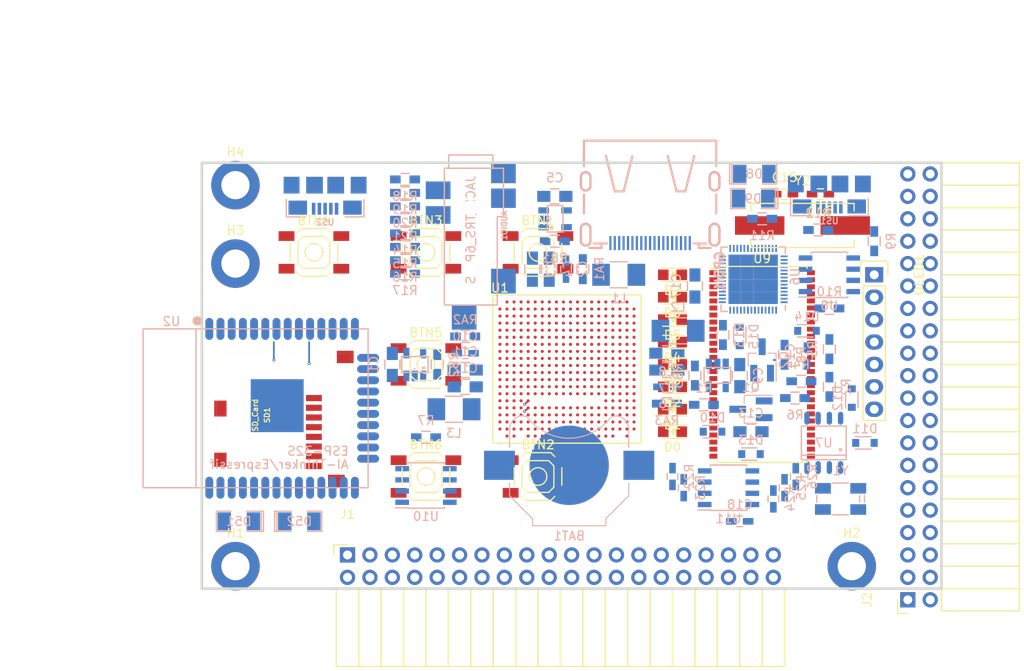
<source format=kicad_pcb>
(kicad_pcb (version 4) (host pcbnew 4.0.5+dfsg1-4)
  (layers (0 F.Cu signal) (1 In1.Cu signal) (2 In2.Cu signal) (31 B.Cu signal) (34 B.Paste user) (35 F.Paste user) (36 B.SilkS user) (37 F.SilkS user) (38 B.Mask user) (39 F.Mask user) (44 Edge.Cuts user))
  (net 0 "")
  (net 1 GND)
  (net 2 +5V)
  (net 3 /gpio/IN5V)
  (net 4 /gpio/OUT5V)
  (net 5 /gpio/P5)
  (net 6 /gpio/P6)
  (net 7 /gpio/P7)
  (net 8 /gpio/P8)
  (net 9 /gpio/P11)
  (net 10 /gpio/P12)
  (net 11 /gpio/P13)
  (net 12 /gpio/P14)
  (net 13 /gpio/P17)
  (net 14 /gpio/P18)
  (net 15 /gpio/P23)
  (net 16 /gpio/P24)
  (net 17 /gpio/P25)
  (net 18 /gpio/P26)
  (net 19 /gpio/P27)
  (net 20 /gpio/P28)
  (net 21 /gpio/P29)
  (net 22 /gpio/P30)
  (net 23 /gpio/P9)
  (net 24 /gpio/P10)
  (net 25 /gpio/P15)
  (net 26 /gpio/P16)
  (net 27 /gpio/P31)
  (net 28 /gpio/P32)
  (net 29 /gpio/P33)
  (net 30 /gpio/P34)
  (net 31 /gpio/P35)
  (net 32 /gpio/P36)
  (net 33 +3V3)
  (net 34 "Net-(L1-Pad1)")
  (net 35 "Net-(L2-Pad1)")
  (net 36 +1V2)
  (net 37 BTN_D)
  (net 38 BTN_F1)
  (net 39 BTN_F2)
  (net 40 BTN_L)
  (net 41 BTN_R)
  (net 42 BTN_U)
  (net 43 /power/FB1)
  (net 44 +2V5)
  (net 45 "Net-(L3-Pad1)")
  (net 46 /power/PWREN)
  (net 47 /power/FB3)
  (net 48 /power/FB2)
  (net 49 "Net-(D9-Pad1)")
  (net 50 /power/VBAT)
  (net 51 SD_3)
  (net 52 JTAG_TDI)
  (net 53 JTAG_TCK)
  (net 54 JTAG_TMS)
  (net 55 JTAG_TDO)
  (net 56 /power/WAKEUPn)
  (net 57 /power/WKUP)
  (net 58 /power/SHUT)
  (net 59 /power/WAKE)
  (net 60 /power/HOLD)
  (net 61 /power/WKn)
  (net 62 /power/OSCI_32k)
  (net 63 /power/OSCO_32k)
  (net 64 /usb/OSCI_12M)
  (net 65 +1V8)
  (net 66 FTDI_nSUSPEND)
  (net 67 USB_FTDI_DM)
  (net 68 USB_FTDI_DP)
  (net 69 /usb/OSCO_12M)
  (net 70 "Net-(Q2-Pad3)")
  (net 71 /usb/EECLK)
  (net 72 /usb/EECS)
  (net 73 "Net-(R11-Pad2)")
  (net 74 /usb/EEDATA)
  (net 75 SHUTDOWN)
  (net 76 /analog/AUDIO_L)
  (net 77 /analog/AUDIO_R)
  (net 78 GPDI_5V_SCL)
  (net 79 GPDI_5V_SDA)
  (net 80 GPDI_SDA)
  (net 81 GPDI_SCL)
  (net 82 /gpdi/VREF2)
  (net 83 /blinkey/BTNPU)
  (net 84 SD_CMD)
  (net 85 SD_CLK)
  (net 86 SD_D0)
  (net 87 SD_D1)
  (net 88 USB5V)
  (net 89 /gpio/R5)
  (net 90 /gpio/R6)
  (net 91 /gpio/R7)
  (net 92 /gpio/R8)
  (net 93 /gpio/R9)
  (net 94 /gpio/R10)
  (net 95 /gpio/R11)
  (net 96 /gpio/R12)
  (net 97 /gpio/R13)
  (net 98 /gpio/R14)
  (net 99 /gpio/R15)
  (net 100 /gpio/R16)
  (net 101 /gpio/R17)
  (net 102 /gpio/R18)
  (net 103 /gpio/R23)
  (net 104 /gpio/R24)
  (net 105 /gpio/R25)
  (net 106 /gpio/R26)
  (net 107 /gpio/R27)
  (net 108 /gpio/R28)
  (net 109 /gpio/R29)
  (net 110 /gpio/R30)
  (net 111 /gpio/R31)
  (net 112 /gpio/R32)
  (net 113 /gpio/R33)
  (net 114 /gpio/R34)
  (net 115 /gpio/R35)
  (net 116 /gpio/R36)
  (module Keystone_3000_1x12mm-CoinCell:Keystone_3000_1x12mm-CoinCell (layer B.Cu) (at 135.73 95.71)
    (fp_text reference BAT1 (at 0 8) (layer B.SilkS) (effects (justify mirror)))
    (fp_text value CR1225)
    (pad 1 smd rect (at -7.9 0) (size 3.5 3.3) (layers B.Cu B.Paste B.Mask) (net 50 /power/VBAT))
    (pad 1 smd rect (at 7.9 0) (size 3.5 3.3) (layers B.Cu B.Paste B.Mask) (net 50 /power/VBAT))
    (pad 2 smd circle (at 0 0) (size 9 9) (layers B.Cu B.Mask) (net 1 GND))
  )
  (module SMD_Packages:SMD-1206_Pol (layer B.Cu) (at 105.149 102.06)
    (fp_text reference D52 (at 0 0) (layer B.SilkS) (effects (justify mirror)))
    (fp_text value 2A)
    (pad 1 smd rect (at -1.651 0) (size 1.524 2.032) (layers B.Cu B.Paste B.Mask) (net 4 /gpio/OUT5V))
    (pad 2 smd rect (at 1.651 0) (size 1.524 2.032) (layers B.Cu B.Paste B.Mask) (net 2 +5V))
  )
  (module SMD_Packages:SMD-1206_Pol (layer B.Cu) (at 98.291 102.06 180)
    (fp_text reference D51 (at 0 0 180) (layer B.SilkS) (effects (justify mirror)))
    (fp_text value 2A)
    (pad 1 smd rect (at -1.651 0 180) (size 1.524 2.032) (layers B.Cu B.Paste B.Mask) (net 2 +5V))
    (pad 2 smd rect (at 1.651 0 180) (size 1.524 2.032) (layers B.Cu B.Paste B.Mask) (net 3 /gpio/IN5V))
  )
  (module micro-sd:MicroSD_TF02D (layer F.Cu) (at 95.8 90.03 90)
    (fp_text reference SD1 (at 0 5.7 90) (layer F.SilkS) (effects (font (size 0.59944 0.59944) (thickness 0.12446))))
    (fp_text value SD_Card (at 0 4.35 90) (layer F.SilkS) (effects (font (size 0.59944 0.59944) (thickness 0.12446))))
    (pad 1 smd rect (at 1.94 11 90) (size 0.7 1.8) (layers F.Cu F.Paste F.Mask) (net 51 SD_3))
    (pad 2 smd rect (at 0.84 11 90) (size 0.7 1.8) (layers F.Cu F.Paste F.Mask) (net 84 SD_CMD))
    (pad 3 smd rect (at -0.26 11 90) (size 0.7 1.8) (layers F.Cu F.Paste F.Mask) (net 1 GND))
    (pad 4 smd rect (at -1.36 11 90) (size 0.7 1.8) (layers F.Cu F.Paste F.Mask) (net 33 +3V3))
    (pad 5 smd rect (at -2.46 11 90) (size 0.7 1.8) (layers F.Cu F.Paste F.Mask) (net 85 SD_CLK))
    (pad 6 smd rect (at -3.56 11 90) (size 0.7 1.8) (layers F.Cu F.Paste F.Mask) (net 1 GND))
    (pad 7 smd rect (at -4.66 11 90) (size 0.7 1.8) (layers F.Cu F.Paste F.Mask) (net 86 SD_D0))
    (pad 8 smd rect (at -5.76 11 90) (size 0.7 1.8) (layers F.Cu F.Paste F.Mask) (net 87 SD_D1))
    (pad S smd rect (at -5.05 0.4 90) (size 1.6 1.4) (layers F.Cu F.Paste F.Mask))
    (pad S smd rect (at 0.75 0.4 90) (size 1.8 1.4) (layers F.Cu F.Paste F.Mask))
    (pad G smd rect (at -7.45 13.55 90) (size 1.4 1.9) (layers F.Cu F.Paste F.Mask))
    (pad G smd rect (at 6.6 14.55 90) (size 1.4 1.9) (layers F.Cu F.Paste F.Mask))
  )
  (module Resistors_SMD:R_1210_HandSoldering (layer B.Cu) (at 141.344 74.12)
    (fp_text reference L1 (at 0 2.7) (layer B.SilkS) (effects (justify mirror)))
    (fp_text value 2.2uH)
    (pad 1 smd rect (at -2 0) (size 2 2.5) (layers B.Cu B.Paste B.Mask) (net 34 "Net-(L1-Pad1)"))
    (pad 2 smd rect (at 2 0) (size 2 2.5) (layers B.Cu B.Paste B.Mask) (net 36 +1V2))
  )
  (module TSOT-25:TSOT-25 (layer B.Cu) (at 134.135 67.77 90)
    (fp_text reference U3 (at 0 -0.5 90) (layer B.SilkS) (effects (font (size 0.15 0.15) (thickness 0.0375)) (justify mirror)))
    (fp_text value AP3429A)
    (pad 1 smd rect (at -0.95 -1.3 90) (size 0.7 1.2) (layers B.Cu B.Paste B.Mask) (net 46 /power/PWREN))
    (pad 2 smd rect (at 0 -1.3 90) (size 0.7 1.2) (layers B.Cu B.Paste B.Mask) (net 1 GND))
    (pad 3 smd rect (at 0.95 -1.3 90) (size 0.7 1.2) (layers B.Cu B.Paste B.Mask) (net 34 "Net-(L1-Pad1)"))
    (pad 4 smd rect (at 0.95 1.3 90) (size 0.7 1.2) (layers B.Cu B.Paste B.Mask) (net 2 +5V))
    (pad 5 smd rect (at -0.95 1.3 90) (size 0.7 1.2) (layers B.Cu B.Paste B.Mask) (net 43 /power/FB1))
  )
  (module Resistors_SMD:R_1210_HandSoldering (layer B.Cu) (at 148.075 80.47 180)
    (fp_text reference L2 (at 0 2.7 180) (layer B.SilkS) (effects (justify mirror)))
    (fp_text value 2.2uH)
    (pad 1 smd rect (at -2 0 180) (size 2 2.5) (layers B.Cu B.Paste B.Mask) (net 35 "Net-(L2-Pad1)"))
    (pad 2 smd rect (at 2 0 180) (size 2 2.5) (layers B.Cu B.Paste B.Mask) (net 33 +3V3))
  )
  (module TSOT-25:TSOT-25 (layer B.Cu) (at 152.52 85.52)
    (fp_text reference U4 (at 0 -0.5) (layer B.SilkS) (effects (font (size 0.15 0.15) (thickness 0.0375)) (justify mirror)))
    (fp_text value AP3429A)
    (pad 1 smd rect (at -0.95 -1.3) (size 0.7 1.2) (layers B.Cu B.Paste B.Mask) (net 46 /power/PWREN))
    (pad 2 smd rect (at 0 -1.3) (size 0.7 1.2) (layers B.Cu B.Paste B.Mask) (net 1 GND))
    (pad 3 smd rect (at 0.95 -1.3) (size 0.7 1.2) (layers B.Cu B.Paste B.Mask) (net 35 "Net-(L2-Pad1)"))
    (pad 4 smd rect (at 0.95 1.3) (size 0.7 1.2) (layers B.Cu B.Paste B.Mask) (net 2 +5V))
    (pad 5 smd rect (at -0.95 1.3) (size 0.7 1.2) (layers B.Cu B.Paste B.Mask) (net 47 /power/FB3))
  )
  (module Buttons_Switches_SMD:SW_SPST_SKQG (layer F.Cu) (at 132.2 71.58)
    (fp_text reference BTN1 (at 0 -3.6) (layer F.SilkS))
    (fp_text value FIRE1)
    (pad 1 smd rect (at -3.1 -1.85) (size 1.8 1.1) (layers F.Cu F.Paste F.Mask) (net 83 /blinkey/BTNPU))
    (pad 1 smd rect (at 3.1 -1.85) (size 1.8 1.1) (layers F.Cu F.Paste F.Mask) (net 83 /blinkey/BTNPU))
    (pad 2 smd rect (at -3.1 1.85) (size 1.8 1.1) (layers F.Cu F.Paste F.Mask) (net 38 BTN_F1))
    (pad 2 smd rect (at 3.1 1.85) (size 1.8 1.1) (layers F.Cu F.Paste F.Mask) (net 38 BTN_F1))
  )
  (module Buttons_Switches_SMD:SW_SPST_SKQG (layer F.Cu) (at 132.2 96.98)
    (fp_text reference BTN2 (at 0 -3.6) (layer F.SilkS))
    (fp_text value FIRE2)
    (pad 1 smd rect (at -3.1 -1.85) (size 1.8 1.1) (layers F.Cu F.Paste F.Mask) (net 83 /blinkey/BTNPU))
    (pad 1 smd rect (at 3.1 -1.85) (size 1.8 1.1) (layers F.Cu F.Paste F.Mask) (net 83 /blinkey/BTNPU))
    (pad 2 smd rect (at -3.1 1.85) (size 1.8 1.1) (layers F.Cu F.Paste F.Mask) (net 39 BTN_F2))
    (pad 2 smd rect (at 3.1 1.85) (size 1.8 1.1) (layers F.Cu F.Paste F.Mask) (net 39 BTN_F2))
  )
  (module Buttons_Switches_SMD:SW_SPST_SKQG (layer F.Cu) (at 119.5 71.58)
    (fp_text reference BTN3 (at 0 -3.6) (layer F.SilkS))
    (fp_text value UP)
    (pad 1 smd rect (at -3.1 -1.85) (size 1.8 1.1) (layers F.Cu F.Paste F.Mask) (net 83 /blinkey/BTNPU))
    (pad 1 smd rect (at 3.1 -1.85) (size 1.8 1.1) (layers F.Cu F.Paste F.Mask) (net 83 /blinkey/BTNPU))
    (pad 2 smd rect (at -3.1 1.85) (size 1.8 1.1) (layers F.Cu F.Paste F.Mask) (net 42 BTN_U))
    (pad 2 smd rect (at 3.1 1.85) (size 1.8 1.1) (layers F.Cu F.Paste F.Mask) (net 42 BTN_U))
  )
  (module Buttons_Switches_SMD:SW_SPST_SKQG (layer F.Cu) (at 106.8 71.58)
    (fp_text reference BTN4 (at 0 -3.6) (layer F.SilkS))
    (fp_text value DOWN)
    (pad 1 smd rect (at -3.1 -1.85) (size 1.8 1.1) (layers F.Cu F.Paste F.Mask) (net 83 /blinkey/BTNPU))
    (pad 1 smd rect (at 3.1 -1.85) (size 1.8 1.1) (layers F.Cu F.Paste F.Mask) (net 83 /blinkey/BTNPU))
    (pad 2 smd rect (at -3.1 1.85) (size 1.8 1.1) (layers F.Cu F.Paste F.Mask) (net 37 BTN_D))
    (pad 2 smd rect (at 3.1 1.85) (size 1.8 1.1) (layers F.Cu F.Paste F.Mask) (net 37 BTN_D))
  )
  (module Buttons_Switches_SMD:SW_SPST_SKQG (layer F.Cu) (at 119.5 84.28)
    (fp_text reference BTN5 (at 0 -3.6) (layer F.SilkS))
    (fp_text value LEFT)
    (pad 1 smd rect (at -3.1 -1.85) (size 1.8 1.1) (layers F.Cu F.Paste F.Mask) (net 83 /blinkey/BTNPU))
    (pad 1 smd rect (at 3.1 -1.85) (size 1.8 1.1) (layers F.Cu F.Paste F.Mask) (net 83 /blinkey/BTNPU))
    (pad 2 smd rect (at -3.1 1.85) (size 1.8 1.1) (layers F.Cu F.Paste F.Mask) (net 40 BTN_L))
    (pad 2 smd rect (at 3.1 1.85) (size 1.8 1.1) (layers F.Cu F.Paste F.Mask) (net 40 BTN_L))
  )
  (module Buttons_Switches_SMD:SW_SPST_SKQG (layer F.Cu) (at 119.5 96.98)
    (fp_text reference BTN6 (at 0 -3.6) (layer F.SilkS))
    (fp_text value RIGHT)
    (pad 1 smd rect (at -3.1 -1.85) (size 1.8 1.1) (layers F.Cu F.Paste F.Mask) (net 83 /blinkey/BTNPU))
    (pad 1 smd rect (at 3.1 -1.85) (size 1.8 1.1) (layers F.Cu F.Paste F.Mask) (net 83 /blinkey/BTNPU))
    (pad 2 smd rect (at -3.1 1.85) (size 1.8 1.1) (layers F.Cu F.Paste F.Mask) (net 41 BTN_R))
    (pad 2 smd rect (at 3.1 1.85) (size 1.8 1.1) (layers F.Cu F.Paste F.Mask) (net 41 BTN_R))
  )
  (module LEDs:LED_0805 (layer F.Cu) (at 147.44 91.9 180)
    (fp_text reference D0 (at 0 -1.75 180) (layer F.SilkS))
    (fp_text value LED)
    (pad 2 smd rect (at 1.04902 0) (size 1.19888 1.19888) (layers F.Cu F.Paste F.Mask))
    (pad 1 smd rect (at -1.04902 0) (size 1.19888 1.19888) (layers F.Cu F.Paste F.Mask) (net 1 GND))
  )
  (module LEDs:LED_0805 (layer F.Cu) (at 147.44 89.36 180)
    (fp_text reference D1 (at 0 -1.75 180) (layer F.SilkS))
    (fp_text value LED)
    (pad 2 smd rect (at 1.04902 0) (size 1.19888 1.19888) (layers F.Cu F.Paste F.Mask))
    (pad 1 smd rect (at -1.04902 0) (size 1.19888 1.19888) (layers F.Cu F.Paste F.Mask) (net 1 GND))
  )
  (module LEDs:LED_0805 (layer F.Cu) (at 147.44 86.82 180)
    (fp_text reference D2 (at 0 -1.75 180) (layer F.SilkS))
    (fp_text value LED)
    (pad 2 smd rect (at 1.04902 0) (size 1.19888 1.19888) (layers F.Cu F.Paste F.Mask))
    (pad 1 smd rect (at -1.04902 0) (size 1.19888 1.19888) (layers F.Cu F.Paste F.Mask) (net 1 GND))
  )
  (module LEDs:LED_0805 (layer F.Cu) (at 147.44 84.28 180)
    (fp_text reference D3 (at 0 -1.75 180) (layer F.SilkS))
    (fp_text value LED)
    (pad 2 smd rect (at 1.04902 0) (size 1.19888 1.19888) (layers F.Cu F.Paste F.Mask))
    (pad 1 smd rect (at -1.04902 0) (size 1.19888 1.19888) (layers F.Cu F.Paste F.Mask) (net 1 GND))
  )
  (module LEDs:LED_0805 (layer F.Cu) (at 147.44 81.74 180)
    (fp_text reference D4 (at 0 -1.75 180) (layer F.SilkS))
    (fp_text value LED)
    (pad 2 smd rect (at 1.04902 0) (size 1.19888 1.19888) (layers F.Cu F.Paste F.Mask))
    (pad 1 smd rect (at -1.04902 0) (size 1.19888 1.19888) (layers F.Cu F.Paste F.Mask) (net 1 GND))
  )
  (module LEDs:LED_0805 (layer F.Cu) (at 147.44 79.2 180)
    (fp_text reference D5 (at 0 -1.75 180) (layer F.SilkS))
    (fp_text value LED)
    (pad 2 smd rect (at 1.04902 0) (size 1.19888 1.19888) (layers F.Cu F.Paste F.Mask))
    (pad 1 smd rect (at -1.04902 0) (size 1.19888 1.19888) (layers F.Cu F.Paste F.Mask) (net 1 GND))
  )
  (module LEDs:LED_0805 (layer F.Cu) (at 147.44 76.66 180)
    (fp_text reference D6 (at 0 -1.75 180) (layer F.SilkS))
    (fp_text value LED)
    (pad 2 smd rect (at 1.04902 0) (size 1.19888 1.19888) (layers F.Cu F.Paste F.Mask))
    (pad 1 smd rect (at -1.04902 0) (size 1.19888 1.19888) (layers F.Cu F.Paste F.Mask) (net 1 GND))
  )
  (module LEDs:LED_0805 (layer F.Cu) (at 147.44 74.12 180)
    (fp_text reference D7 (at 0 -1.75 180) (layer F.SilkS))
    (fp_text value LED)
    (pad 2 smd rect (at 1.04902 0) (size 1.19888 1.19888) (layers F.Cu F.Paste F.Mask))
    (pad 1 smd rect (at -1.04902 0) (size 1.19888 1.19888) (layers F.Cu F.Paste F.Mask) (net 1 GND))
  )
  (module Socket_Strips:Socket_Strip_Straight_1x07 (layer F.Cu) (at 170.3 74.12 270)
    (fp_text reference OLED1 (at 0 -5.1 270) (layer F.SilkS))
    (fp_text value CONN_01X07)
    (pad 1 thru_hole rect (at 0 0 270) (size 1.7272 2.032) (drill 1.016) (layers *.Cu *.Mask) (net 1 GND))
    (pad 2 thru_hole oval (at 2.54 0 270) (size 1.7272 2.032) (drill 1.016) (layers *.Cu *.Mask) (net 33 +3V3))
    (pad 3 thru_hole oval (at 5.08 0 270) (size 1.7272 2.032) (drill 1.016) (layers *.Cu *.Mask))
    (pad 4 thru_hole oval (at 7.62 0 270) (size 1.7272 2.032) (drill 1.016) (layers *.Cu *.Mask))
    (pad 5 thru_hole oval (at 10.16 0 270) (size 1.7272 2.032) (drill 1.016) (layers *.Cu *.Mask))
    (pad 6 thru_hole oval (at 12.7 0 270) (size 1.7272 2.032) (drill 1.016) (layers *.Cu *.Mask))
    (pad 7 thru_hole oval (at 15.24 0 270) (size 1.7272 2.032) (drill 1.016) (layers *.Cu *.Mask))
  )
  (module Resistors_SMD:R_1210_HandSoldering (layer B.Cu) (at 122.675 89.36)
    (fp_text reference L3 (at 0 2.7) (layer B.SilkS) (effects (justify mirror)))
    (fp_text value 2.2uH)
    (pad 1 smd rect (at -2 0) (size 2 2.5) (layers B.Cu B.Paste B.Mask) (net 45 "Net-(L3-Pad1)"))
    (pad 2 smd rect (at 2 0) (size 2 2.5) (layers B.Cu B.Paste B.Mask) (net 44 +2V5))
  )
  (module TSOT-25:TSOT-25 (layer B.Cu) (at 118.23 84.28 180)
    (fp_text reference U5 (at 0 -0.5 180) (layer B.SilkS) (effects (font (size 0.15 0.15) (thickness 0.0375)) (justify mirror)))
    (fp_text value AP3429A)
    (pad 1 smd rect (at -0.95 -1.3 180) (size 0.7 1.2) (layers B.Cu B.Paste B.Mask) (net 46 /power/PWREN))
    (pad 2 smd rect (at 0 -1.3 180) (size 0.7 1.2) (layers B.Cu B.Paste B.Mask) (net 1 GND))
    (pad 3 smd rect (at 0.95 -1.3 180) (size 0.7 1.2) (layers B.Cu B.Paste B.Mask) (net 45 "Net-(L3-Pad1)"))
    (pad 4 smd rect (at 0.95 1.3 180) (size 0.7 1.2) (layers B.Cu B.Paste B.Mask) (net 2 +5V))
    (pad 5 smd rect (at -0.95 1.3 180) (size 0.7 1.2) (layers B.Cu B.Paste B.Mask) (net 48 /power/FB2))
  )
  (module Capacitors_SMD:C_0805_HandSoldering (layer B.Cu) (at 115.69 84.28 270)
    (fp_text reference C1 (at 0 2.1 270) (layer B.SilkS) (effects (justify mirror)))
    (fp_text value 22uF)
    (pad 1 smd rect (at -1.25 0 270) (size 1.5 1.25) (layers B.Cu B.Paste B.Mask) (net 2 +5V))
    (pad 2 smd rect (at 1.25 0 270) (size 1.5 1.25) (layers B.Cu B.Paste B.Mask) (net 1 GND))
  )
  (module Capacitors_SMD:C_0805_HandSoldering (layer B.Cu) (at 131.565 73.485 90)
    (fp_text reference C3 (at 0 2.1 90) (layer B.SilkS) (effects (justify mirror)))
    (fp_text value 22uF)
    (pad 1 smd rect (at -1.25 0 90) (size 1.5 1.25) (layers B.Cu B.Paste B.Mask) (net 36 +1V2))
    (pad 2 smd rect (at 1.25 0 90) (size 1.5 1.25) (layers B.Cu B.Paste B.Mask) (net 1 GND))
  )
  (module Capacitors_SMD:C_0805_HandSoldering (layer B.Cu) (at 133.47 73.485 90)
    (fp_text reference C4 (at 0 2.1 90) (layer B.SilkS) (effects (justify mirror)))
    (fp_text value 22uF)
    (pad 1 smd rect (at -1.25 0 90) (size 1.5 1.25) (layers B.Cu B.Paste B.Mask) (net 36 +1V2))
    (pad 2 smd rect (at 1.25 0 90) (size 1.5 1.25) (layers B.Cu B.Paste B.Mask) (net 1 GND))
  )
  (module Capacitors_SMD:C_0805_HandSoldering (layer B.Cu) (at 134.105 65.23 180)
    (fp_text reference C5 (at 0 2.1 180) (layer B.SilkS) (effects (justify mirror)))
    (fp_text value 22uF)
    (pad 1 smd rect (at -1.25 0 180) (size 1.5 1.25) (layers B.Cu B.Paste B.Mask) (net 2 +5V))
    (pad 2 smd rect (at 1.25 0 180) (size 1.5 1.25) (layers B.Cu B.Paste B.Mask) (net 1 GND))
  )
  (module Capacitors_SMD:C_0805_HandSoldering (layer B.Cu) (at 146.805 84.915)
    (fp_text reference C7 (at 0 2.1) (layer B.SilkS) (effects (justify mirror)))
    (fp_text value 22uF)
    (pad 1 smd rect (at -1.25 0) (size 1.5 1.25) (layers B.Cu B.Paste B.Mask) (net 33 +3V3))
    (pad 2 smd rect (at 1.25 0) (size 1.5 1.25) (layers B.Cu B.Paste B.Mask) (net 1 GND))
  )
  (module Capacitors_SMD:C_0805_HandSoldering (layer B.Cu) (at 146.805 83.01)
    (fp_text reference C8 (at 0 2.1) (layer B.SilkS) (effects (justify mirror)))
    (fp_text value 22uF)
    (pad 1 smd rect (at -1.25 0) (size 1.5 1.25) (layers B.Cu B.Paste B.Mask) (net 33 +3V3))
    (pad 2 smd rect (at 1.25 0) (size 1.5 1.25) (layers B.Cu B.Paste B.Mask) (net 1 GND))
  )
  (module Capacitors_SMD:C_0805_HandSoldering (layer B.Cu) (at 155.06 85.55 90)
    (fp_text reference C9 (at 0 2.1 90) (layer B.SilkS) (effects (justify mirror)))
    (fp_text value 22uF)
    (pad 1 smd rect (at -1.25 0 90) (size 1.5 1.25) (layers B.Cu B.Paste B.Mask) (net 2 +5V))
    (pad 2 smd rect (at 1.25 0 90) (size 1.5 1.25) (layers B.Cu B.Paste B.Mask) (net 1 GND))
  )
  (module Capacitors_SMD:C_0805_HandSoldering (layer B.Cu) (at 123.945 84.915 180)
    (fp_text reference C11 (at 0 2.1 180) (layer B.SilkS) (effects (justify mirror)))
    (fp_text value 22uF)
    (pad 1 smd rect (at -1.25 0 180) (size 1.5 1.25) (layers B.Cu B.Paste B.Mask) (net 44 +2V5))
    (pad 2 smd rect (at 1.25 0 180) (size 1.5 1.25) (layers B.Cu B.Paste B.Mask) (net 1 GND))
  )
  (module Capacitors_SMD:C_0805_HandSoldering (layer B.Cu) (at 123.945 86.82 180)
    (fp_text reference C12 (at 0 2.1 180) (layer B.SilkS) (effects (justify mirror)))
    (fp_text value 22uF)
    (pad 1 smd rect (at -1.25 0 180) (size 1.5 1.25) (layers B.Cu B.Paste B.Mask) (net 44 +2V5))
    (pad 2 smd rect (at 1.25 0 180) (size 1.5 1.25) (layers B.Cu B.Paste B.Mask) (net 1 GND))
  )
  (module SMD_Packages:SMD-1206_Pol (layer B.Cu) (at 156.711 62.69)
    (fp_text reference D8 (at 0 0) (layer B.SilkS) (effects (justify mirror)))
    (fp_text value 2A)
    (pad 1 smd rect (at -1.651 0) (size 1.524 2.032) (layers B.Cu B.Paste B.Mask) (net 2 +5V))
    (pad 2 smd rect (at 1.651 0) (size 1.524 2.032) (layers B.Cu B.Paste B.Mask) (net 88 USB5V))
  )
  (module SMD_Packages:SMD-1206_Pol (layer B.Cu) (at 156.584 65.484 180)
    (fp_text reference D9 (at 0 0 180) (layer B.SilkS) (effects (justify mirror)))
    (fp_text value 2A)
    (pad 1 smd rect (at -1.651 0 180) (size 1.524 2.032) (layers B.Cu B.Paste B.Mask) (net 49 "Net-(D9-Pad1)"))
    (pad 2 smd rect (at 1.651 0 180) (size 1.524 2.032) (layers B.Cu B.Paste B.Mask) (net 2 +5V))
  )
  (module Power_Integrations:SO-8 (layer B.Cu) (at 164.585 93.17 180)
    (fp_text reference U7 (at 0 0 180) (layer B.SilkS) (effects (justify mirror)))
    (fp_text value PCF8523)
    (pad 1 smd oval (at -1.905 -2.794 180) (size 0.6096 1.4732) (layers B.Cu B.Paste B.Mask) (net 62 /power/OSCI_32k))
    (pad 2 smd oval (at -0.635 -2.794 180) (size 0.6096 1.4732) (layers B.Cu B.Paste B.Mask) (net 63 /power/OSCO_32k))
    (pad 3 smd oval (at 0.635 -2.794 180) (size 0.6096 1.4732) (layers B.Cu B.Paste B.Mask) (net 50 /power/VBAT))
    (pad 4 smd oval (at 1.905 -2.794 180) (size 0.6096 1.4732) (layers B.Cu B.Paste B.Mask) (net 1 GND))
    (pad 5 smd oval (at 1.905 2.794 180) (size 0.6096 1.4732) (layers B.Cu B.Paste B.Mask))
    (pad 6 smd oval (at 0.635 2.794 180) (size 0.6096 1.4732) (layers B.Cu B.Paste B.Mask))
    (pad 7 smd oval (at -0.635 2.794 180) (size 0.6096 1.4732) (layers B.Cu B.Paste B.Mask) (net 56 /power/WAKEUPn))
    (pad 8 smd oval (at -1.905 2.794 180) (size 0.6096 1.4732) (layers B.Cu B.Paste B.Mask) (net 44 +2V5))
  )
  (module Capacitors_SMD:C_0805_HandSoldering (layer B.Cu) (at 156.33 91.9 180)
    (fp_text reference C13 (at 0 2.1 180) (layer B.SilkS) (effects (justify mirror)))
    (fp_text value 2.2uF)
    (pad 1 smd rect (at -1.25 0 180) (size 1.5 1.25) (layers B.Cu B.Paste B.Mask) (net 2 +5V))
    (pad 2 smd rect (at 1.25 0 180) (size 1.5 1.25) (layers B.Cu B.Paste B.Mask) (net 57 /power/WKUP))
  )
  (module Diodes_SMD:D_0805 (layer B.Cu) (at 151.978 91.9)
    (fp_text reference D10 (at 0 -1.6) (layer B.SilkS) (effects (justify mirror)))
    (fp_text value 1N4148)
    (pad 1 smd rect (at -1.05 0) (size 0.8 0.9) (layers B.Cu B.Paste B.Mask) (net 59 /power/WAKE))
    (pad 2 smd rect (at 1.05 0) (size 0.8 0.9) (layers B.Cu B.Paste B.Mask) (net 57 /power/WKUP))
  )
  (module Diodes_SMD:D_0805 (layer B.Cu) (at 169.25 93.17)
    (fp_text reference D11 (at 0 -1.6) (layer B.SilkS) (effects (justify mirror)))
    (fp_text value 1N4148)
    (pad 1 smd rect (at -1.05 0) (size 0.8 0.9) (layers B.Cu B.Paste B.Mask) (net 60 /power/HOLD))
    (pad 2 smd rect (at 1.05 0) (size 0.8 0.9) (layers B.Cu B.Paste B.Mask) (net 33 +3V3))
  )
  (module Diodes_SMD:D_0805 (layer B.Cu) (at 155.06 81.105 270)
    (fp_text reference D15 (at 0 -1.6 270) (layer B.SilkS) (effects (justify mirror)))
    (fp_text value BAT42)
    (pad 1 smd rect (at -1.05 0 270) (size 0.8 0.9) (layers B.Cu B.Paste B.Mask) (net 58 /power/SHUT))
    (pad 2 smd rect (at 1.05 0 270) (size 0.8 0.9) (layers B.Cu B.Paste B.Mask) (net 75 SHUTDOWN))
  )
  (module Diodes_SMD:D_0805 (layer B.Cu) (at 167.76 88.09 90)
    (fp_text reference D12 (at 0 -1.6 90) (layer B.SilkS) (effects (justify mirror)))
    (fp_text value 1N4148)
    (pad 1 smd rect (at -1.05 0 90) (size 0.8 0.9) (layers B.Cu B.Paste B.Mask) (net 46 /power/PWREN))
    (pad 2 smd rect (at 1.05 0 90) (size 0.8 0.9) (layers B.Cu B.Paste B.Mask) (net 66 FTDI_nSUSPEND))
  )
  (module usb_otg:USB-MICRO-B-FCI-10118192-0001LF (layer B.Cu) (at 165.22 63.825)
    (fp_text reference US1 (at 0 4.2) (layer B.SilkS) (effects (font (size 0.7 0.7)) (justify mirror)))
    (fp_text value USB_FTDI hide)
    (pad 6 smd rect (at -3.1 2.55) (size 2.1 1.6) (layers B.Cu B.Paste B.Mask) (net 1 GND))
    (pad 6 smd rect (at 3.1 2.55) (size 2.1 1.6) (layers B.Cu B.Paste B.Mask) (net 1 GND))
    (pad "" smd rect (at -1.2 0) (size 1.9 1.9) (layers B.Cu B.Paste B.Mask))
    (pad "" smd rect (at 1.2 0) (size 1.9 1.9) (layers B.Cu B.Paste B.Mask))
    (pad 1 smd rect (at -1.3 2.675) (size 0.4 1.35) (layers B.Cu B.Paste B.Mask) (net 88 USB5V))
    (pad 2 smd rect (at -0.65 2.675) (size 0.4 1.35) (layers B.Cu B.Paste B.Mask) (net 67 USB_FTDI_DM))
    (pad 3 smd rect (at 0 2.675) (size 0.4 1.35) (layers B.Cu B.Paste B.Mask) (net 68 USB_FTDI_DP))
    (pad 4 smd rect (at 0.65 2.675) (size 0.4 1.35) (layers B.Cu B.Paste B.Mask))
    (pad 5 smd rect (at 1.3 2.675) (size 0.4 1.35) (layers B.Cu B.Paste B.Mask) (net 1 GND))
    (pad "" smd rect (at -3.8 0) (size 1.8 1.9) (layers B.Cu B.Paste B.Mask))
    (pad "" smd rect (at 3.8 0) (size 1.8 1.9) (layers B.Cu B.Paste B.Mask))
  )
  (module usb_otg:USB-MICRO-B-FCI-10118192-0001LF (layer B.Cu) (at 108.07 63.96)
    (fp_text reference US2 (at 0 4.2) (layer B.SilkS) (effects (font (size 0.7 0.7)) (justify mirror)))
    (fp_text value USB_FPGA hide)
    (pad 6 smd rect (at -3.1 2.55) (size 2.1 1.6) (layers B.Cu B.Paste B.Mask) (net 1 GND))
    (pad 6 smd rect (at 3.1 2.55) (size 2.1 1.6) (layers B.Cu B.Paste B.Mask) (net 1 GND))
    (pad "" smd rect (at -1.2 0) (size 1.9 1.9) (layers B.Cu B.Paste B.Mask))
    (pad "" smd rect (at 1.2 0) (size 1.9 1.9) (layers B.Cu B.Paste B.Mask))
    (pad 1 smd rect (at -1.3 2.675) (size 0.4 1.35) (layers B.Cu B.Paste B.Mask) (net 49 "Net-(D9-Pad1)"))
    (pad 2 smd rect (at -0.65 2.675) (size 0.4 1.35) (layers B.Cu B.Paste B.Mask))
    (pad 3 smd rect (at 0 2.675) (size 0.4 1.35) (layers B.Cu B.Paste B.Mask))
    (pad 4 smd rect (at 0.65 2.675) (size 0.4 1.35) (layers B.Cu B.Paste B.Mask))
    (pad 5 smd rect (at 1.3 2.675) (size 0.4 1.35) (layers B.Cu B.Paste B.Mask) (net 1 GND))
    (pad "" smd rect (at -3.8 0) (size 1.8 1.9) (layers B.Cu B.Paste B.Mask))
    (pad "" smd rect (at 3.8 0) (size 1.8 1.9) (layers B.Cu B.Paste B.Mask))
  )
  (module audio-jack:CUI_SJ-43516-SMT (layer B.Cu) (at 124.58 69.04 270)
    (fp_text reference AUDIO1 (at -0.5 -3.8 270) (layer B.SilkS) (effects (font (size 0.6096 0.6096) (thickness 0.1524)) (justify mirror)))
    (fp_text value JACK_TRS_6PINS (at 0 0 270) (layer B.SilkS) (effects (justify mirror)))
    (pad 1 smd rect (at -6.4 -3.7 270) (size 2.2 2.8) (layers B.Cu B.Paste B.Mask) (net 76 /analog/AUDIO_L))
    (pad 4 smd rect (at -3.6 -3.7 270) (size 2.2 2.8) (layers B.Cu B.Paste B.Mask))
    (pad 2 smd rect (at 5.8 -3.7 270) (size 2.8 2.8) (layers B.Cu B.Paste B.Mask) (net 1 GND))
    (pad 5 smd rect (at 9.9 0.75 270) (size 2.8 2.8) (layers B.Cu B.Paste B.Mask))
    (pad 3 smd rect (at -1.7 3.7 270) (size 2 2.8) (layers B.Cu B.Paste B.Mask) (net 77 /analog/AUDIO_R))
    (pad 6 smd rect (at -4.5 3.7 270) (size 2 2.8) (layers B.Cu B.Paste B.Mask))
    (pad "" np_thru_hole circle (at -2.5 0 270) (size 1.7 1.7) (drill 1.7) (layers *.Cu *.Mask B.SilkS) (clearance 0.4))
    (pad "" np_thru_hole circle (at 4.5 0 270) (size 1.7 1.7) (drill 1.7) (layers *.Cu *.Mask B.SilkS) (clearance 0.4))
  )
  (module abs25:Crystal_SMD_ABS25 (layer B.Cu) (at 166.49 99.52 180)
    (fp_text reference Y1 (at 0 3.2 180) (layer B.SilkS) (effects (justify mirror)))
    (fp_text value 32768Hz)
    (pad 4 smd rect (at -2 1.2 180) (size 1.8 1.2) (layers B.Cu B.Paste B.Mask) (net 63 /power/OSCO_32k))
    (pad 3 smd rect (at 2 1.2 180) (size 1.8 1.2) (layers B.Cu B.Paste B.Mask))
    (pad 2 smd rect (at 2 -1.2 180) (size 1.8 1.2) (layers B.Cu B.Paste B.Mask))
    (pad 1 smd rect (at -2 -1.2 180) (size 1.8 1.2) (layers B.Cu B.Paste B.Mask) (net 62 /power/OSCI_32k))
  )
  (module TSOP54:TSOP54 (layer F.Cu) (at 157.6 84.28)
    (fp_text reference U9 (at 0 -12) (layer F.SilkS))
    (fp_text value MT48LC16M16A2TG)
    (pad 28 smd rect (at 5.53 10.4) (size 0.9 0.56) (layers F.Cu F.Paste F.Mask) (net 1 GND))
    (pad 1 smd rect (at -5.53 -10.4) (size 0.9 0.56) (layers F.Cu F.Paste F.Mask) (net 33 +3V3))
    (pad 2 smd rect (at -5.53 -9.6) (size 0.9 0.56) (layers F.Cu F.Paste F.Mask))
    (pad 3 smd rect (at -5.53 -8.8) (size 0.9 0.56) (layers F.Cu F.Paste F.Mask) (net 33 +3V3))
    (pad 4 smd rect (at -5.53 -8) (size 0.9 0.56) (layers F.Cu F.Paste F.Mask))
    (pad 5 smd rect (at -5.53 -7.2) (size 0.9 0.56) (layers F.Cu F.Paste F.Mask))
    (pad 6 smd rect (at -5.53 -6.4) (size 0.9 0.56) (layers F.Cu F.Paste F.Mask) (net 1 GND))
    (pad 7 smd rect (at -5.53 -5.6) (size 0.9 0.56) (layers F.Cu F.Paste F.Mask))
    (pad 8 smd rect (at -5.53 -4.8) (size 0.9 0.56) (layers F.Cu F.Paste F.Mask))
    (pad 9 smd rect (at -5.53 -4) (size 0.9 0.56) (layers F.Cu F.Paste F.Mask) (net 33 +3V3))
    (pad 10 smd rect (at -5.53 -3.2) (size 0.9 0.56) (layers F.Cu F.Paste F.Mask))
    (pad 11 smd rect (at -5.53 -2.4) (size 0.9 0.56) (layers F.Cu F.Paste F.Mask))
    (pad 12 smd rect (at -5.53 -1.6) (size 0.9 0.56) (layers F.Cu F.Paste F.Mask) (net 1 GND))
    (pad 13 smd rect (at -5.53 -0.8) (size 0.9 0.56) (layers F.Cu F.Paste F.Mask))
    (pad 14 smd rect (at -5.53 0) (size 0.9 0.56) (layers F.Cu F.Paste F.Mask) (net 33 +3V3))
    (pad 15 smd rect (at -5.53 0.8) (size 0.9 0.56) (layers F.Cu F.Paste F.Mask))
    (pad 16 smd rect (at -5.53 1.6) (size 0.9 0.56) (layers F.Cu F.Paste F.Mask))
    (pad 17 smd rect (at -5.53 2.4) (size 0.9 0.56) (layers F.Cu F.Paste F.Mask))
    (pad 18 smd rect (at -5.53 3.2) (size 0.9 0.56) (layers F.Cu F.Paste F.Mask))
    (pad 19 smd rect (at -5.53 4) (size 0.9 0.56) (layers F.Cu F.Paste F.Mask))
    (pad 20 smd rect (at -5.53 4.8) (size 0.9 0.56) (layers F.Cu F.Paste F.Mask))
    (pad 21 smd rect (at -5.53 5.6) (size 0.9 0.56) (layers F.Cu F.Paste F.Mask))
    (pad 22 smd rect (at -5.53 6.4) (size 0.9 0.56) (layers F.Cu F.Paste F.Mask))
    (pad 23 smd rect (at -5.53 7.2) (size 0.9 0.56) (layers F.Cu F.Paste F.Mask))
    (pad 24 smd rect (at -5.53 8) (size 0.9 0.56) (layers F.Cu F.Paste F.Mask))
    (pad 25 smd rect (at -5.53 8.8) (size 0.9 0.56) (layers F.Cu F.Paste F.Mask))
    (pad 26 smd rect (at -5.53 9.6) (size 0.9 0.56) (layers F.Cu F.Paste F.Mask))
    (pad 27 smd rect (at -5.53 10.4) (size 0.9 0.56) (layers F.Cu F.Paste F.Mask) (net 33 +3V3))
    (pad 29 smd rect (at 5.53 9.6) (size 0.9 0.56) (layers F.Cu F.Paste F.Mask))
    (pad 30 smd rect (at 5.53 8.8) (size 0.9 0.56) (layers F.Cu F.Paste F.Mask))
    (pad 31 smd rect (at 5.53 8) (size 0.9 0.56) (layers F.Cu F.Paste F.Mask))
    (pad 32 smd rect (at 5.53 7.2) (size 0.9 0.56) (layers F.Cu F.Paste F.Mask))
    (pad 33 smd rect (at 5.53 6.4) (size 0.9 0.56) (layers F.Cu F.Paste F.Mask))
    (pad 34 smd rect (at 5.53 5.6) (size 0.9 0.56) (layers F.Cu F.Paste F.Mask))
    (pad 35 smd rect (at 5.53 4.8) (size 0.9 0.56) (layers F.Cu F.Paste F.Mask))
    (pad 36 smd rect (at 5.53 4) (size 0.9 0.56) (layers F.Cu F.Paste F.Mask))
    (pad 37 smd rect (at 5.53 3.2) (size 0.9 0.56) (layers F.Cu F.Paste F.Mask))
    (pad 38 smd rect (at 5.53 2.4) (size 0.9 0.56) (layers F.Cu F.Paste F.Mask))
    (pad 39 smd rect (at 5.53 1.6) (size 0.9 0.56) (layers F.Cu F.Paste F.Mask))
    (pad 40 smd rect (at 5.53 0.8) (size 0.9 0.56) (layers F.Cu F.Paste F.Mask))
    (pad 41 smd rect (at 5.53 0) (size 0.9 0.56) (layers F.Cu F.Paste F.Mask) (net 1 GND))
    (pad 42 smd rect (at 5.53 -0.8) (size 0.9 0.56) (layers F.Cu F.Paste F.Mask))
    (pad 43 smd rect (at 5.53 -1.6) (size 0.9 0.56) (layers F.Cu F.Paste F.Mask) (net 33 +3V3))
    (pad 44 smd rect (at 5.53 -2.4) (size 0.9 0.56) (layers F.Cu F.Paste F.Mask))
    (pad 45 smd rect (at 5.53 -3.2) (size 0.9 0.56) (layers F.Cu F.Paste F.Mask))
    (pad 46 smd rect (at 5.53 -4) (size 0.9 0.56) (layers F.Cu F.Paste F.Mask) (net 1 GND))
    (pad 47 smd rect (at 5.53 -4.8) (size 0.9 0.56) (layers F.Cu F.Paste F.Mask))
    (pad 48 smd rect (at 5.53 -5.6) (size 0.9 0.56) (layers F.Cu F.Paste F.Mask))
    (pad 49 smd rect (at 5.53 -6.4) (size 0.9 0.56) (layers F.Cu F.Paste F.Mask) (net 33 +3V3))
    (pad 50 smd rect (at 5.53 -7.2) (size 0.9 0.56) (layers F.Cu F.Paste F.Mask))
    (pad 51 smd rect (at 5.53 -8) (size 0.9 0.56) (layers F.Cu F.Paste F.Mask))
    (pad 52 smd rect (at 5.53 -8.8) (size 0.9 0.56) (layers F.Cu F.Paste F.Mask) (net 1 GND))
    (pad 53 smd rect (at 5.53 -9.6) (size 0.9 0.56) (layers F.Cu F.Paste F.Mask))
    (pad 54 smd rect (at 5.53 -10.4) (size 0.9 0.56) (layers F.Cu F.Paste F.Mask) (net 1 GND))
  )
  (module Capacitors_SMD:C_0805_HandSoldering (layer B.Cu) (at 149.98 75.39 270)
    (fp_text reference C17 (at 0 2.1 270) (layer B.SilkS) (effects (justify mirror)))
    (fp_text value 3.3uF)
    (pad 1 smd rect (at -1.25 0 270) (size 1.5 1.25) (layers B.Cu B.Paste B.Mask) (net 65 +1V8))
    (pad 2 smd rect (at 1.25 0 270) (size 1.5 1.25) (layers B.Cu B.Paste B.Mask) (net 1 GND))
  )
  (module Housings_DFN_QFN:QFN-56-1EP_7x7mm_Pitch0.4mm (layer B.Cu) (at 156.584 74.628 90)
    (fp_text reference U6 (at 0.3 4.75 90) (layer B.SilkS) (effects (justify mirror)))
    (fp_text value FT2232H-56Q)
    (pad 1 smd rect (at -3.5 2.6 90) (size 0.8 0.2) (layers B.Cu B.Paste B.Mask) (net 72 /usb/EECS))
    (pad 2 smd rect (at -3.5 2.2 90) (size 0.8 0.2) (layers B.Cu B.Paste B.Mask) (net 65 +1V8))
    (pad 3 smd rect (at -3.5 1.8 90) (size 0.8 0.2) (layers B.Cu B.Paste B.Mask) (net 64 /usb/OSCI_12M))
    (pad 4 smd rect (at -3.5 1.4 90) (size 0.8 0.2) (layers B.Cu B.Paste B.Mask) (net 69 /usb/OSCO_12M))
    (pad 5 smd rect (at -3.5 1 90) (size 0.8 0.2) (layers B.Cu B.Paste B.Mask) (net 33 +3V3))
    (pad 6 smd rect (at -3.5 0.6 90) (size 0.8 0.2) (layers B.Cu B.Paste B.Mask))
    (pad 7 smd rect (at -3.5 0.2 90) (size 0.8 0.2) (layers B.Cu B.Paste B.Mask) (net 67 USB_FTDI_DM))
    (pad 8 smd rect (at -3.5 -0.2 90) (size 0.8 0.2) (layers B.Cu B.Paste B.Mask) (net 68 USB_FTDI_DP))
    (pad 9 smd rect (at -3.5 -0.6 90) (size 0.8 0.2) (layers B.Cu B.Paste B.Mask) (net 33 +3V3))
    (pad 10 smd rect (at -3.5 -1 90) (size 0.8 0.2) (layers B.Cu B.Paste B.Mask))
    (pad 11 smd rect (at -3.5 -1.4 90) (size 0.8 0.2) (layers B.Cu B.Paste B.Mask))
    (pad 12 smd rect (at -3.5 -1.8 90) (size 0.8 0.2) (layers B.Cu B.Paste B.Mask) (net 53 JTAG_TCK))
    (pad 15 smd rect (at -2.6 -3.5) (size 0.8 0.2) (layers B.Cu B.Paste B.Mask) (net 54 JTAG_TMS))
    (pad 16 smd rect (at -2.2 -3.5) (size 0.8 0.2) (layers B.Cu B.Paste B.Mask) (net 33 +3V3))
    (pad 17 smd rect (at -1.8 -3.5) (size 0.8 0.2) (layers B.Cu B.Paste B.Mask))
    (pad 18 smd rect (at -1.4 -3.5) (size 0.8 0.2) (layers B.Cu B.Paste B.Mask))
    (pad 19 smd rect (at -1 -3.5) (size 0.8 0.2) (layers B.Cu B.Paste B.Mask))
    (pad 20 smd rect (at -0.6 -3.5) (size 0.8 0.2) (layers B.Cu B.Paste B.Mask))
    (pad 21 smd rect (at -0.2 -3.5) (size 0.8 0.2) (layers B.Cu B.Paste B.Mask) (net 1 GND))
    (pad 22 smd rect (at 0.2 -3.5) (size 0.8 0.2) (layers B.Cu B.Paste B.Mask))
    (pad 23 smd rect (at 0.6 -3.5) (size 0.8 0.2) (layers B.Cu B.Paste B.Mask))
    (pad 24 smd rect (at 1 -3.5) (size 0.8 0.2) (layers B.Cu B.Paste B.Mask))
    (pad 57 smd rect (at -2.1 2.1 90) (size 1.4 1.4) (layers B.Cu B.Paste B.Mask) (net 1 GND))
    (pad 13 smd rect (at -3.5 -2.2 90) (size 0.8 0.2) (layers B.Cu B.Paste B.Mask) (net 52 JTAG_TDI))
    (pad 14 smd rect (at -3.5 -2.6 90) (size 0.8 0.2) (layers B.Cu B.Paste B.Mask) (net 55 JTAG_TDO))
    (pad 25 smd rect (at 1.4 -3.5) (size 0.8 0.2) (layers B.Cu B.Paste B.Mask))
    (pad 26 smd rect (at 1.8 -3.5) (size 0.8 0.2) (layers B.Cu B.Paste B.Mask))
    (pad 27 smd rect (at 2.2 -3.5) (size 0.8 0.2) (layers B.Cu B.Paste B.Mask))
    (pad 28 smd rect (at 2.6 -3.5) (size 0.8 0.2) (layers B.Cu B.Paste B.Mask))
    (pad 42 smd rect (at 3.5 2.6 90) (size 0.8 0.2) (layers B.Cu B.Paste B.Mask))
    (pad 41 smd rect (at 3.5 2.2 90) (size 0.8 0.2) (layers B.Cu B.Paste B.Mask) (net 1 GND))
    (pad 39 smd rect (at 3.5 1.4 90) (size 0.8 0.2) (layers B.Cu B.Paste B.Mask))
    (pad 38 smd rect (at 3.5 1 90) (size 0.8 0.2) (layers B.Cu B.Paste B.Mask))
    (pad 40 smd rect (at 3.5 1.8 90) (size 0.8 0.2) (layers B.Cu B.Paste B.Mask))
    (pad 35 smd rect (at 3.5 -0.2 90) (size 0.8 0.2) (layers B.Cu B.Paste B.Mask))
    (pad 34 smd rect (at 3.5 -0.6 90) (size 0.8 0.2) (layers B.Cu B.Paste B.Mask))
    (pad 33 smd rect (at 3.5 -1 90) (size 0.8 0.2) (layers B.Cu B.Paste B.Mask))
    (pad 36 smd rect (at 3.5 0.2 90) (size 0.8 0.2) (layers B.Cu B.Paste B.Mask) (net 33 +3V3))
    (pad 37 smd rect (at 3.5 0.6 90) (size 0.8 0.2) (layers B.Cu B.Paste B.Mask))
    (pad 30 smd rect (at 3.5 -2.2 90) (size 0.8 0.2) (layers B.Cu B.Paste B.Mask) (net 66 FTDI_nSUSPEND))
    (pad 31 smd rect (at 3.5 -1.8 90) (size 0.8 0.2) (layers B.Cu B.Paste B.Mask) (net 65 +1V8))
    (pad 32 smd rect (at 3.5 -1.4 90) (size 0.8 0.2) (layers B.Cu B.Paste B.Mask))
    (pad 29 smd rect (at 3.5 -2.6 90) (size 0.8 0.2) (layers B.Cu B.Paste B.Mask))
    (pad 55 smd rect (at -2.2 3.5) (size 0.8 0.2) (layers B.Cu B.Paste B.Mask) (net 74 /usb/EEDATA))
    (pad 56 smd rect (at -2.6 3.5) (size 0.8 0.2) (layers B.Cu B.Paste B.Mask) (net 71 /usb/EECLK))
    (pad 51 smd rect (at -0.6 3.5) (size 0.8 0.2) (layers B.Cu B.Paste B.Mask))
    (pad 49 smd rect (at 0.2 3.5) (size 0.8 0.2) (layers B.Cu B.Paste B.Mask))
    (pad 52 smd rect (at -1 3.5) (size 0.8 0.2) (layers B.Cu B.Paste B.Mask))
    (pad 53 smd rect (at -1.4 3.5) (size 0.8 0.2) (layers B.Cu B.Paste B.Mask))
    (pad 50 smd rect (at -0.2 3.5) (size 0.8 0.2) (layers B.Cu B.Paste B.Mask) (net 33 +3V3))
    (pad 54 smd rect (at -1.8 3.5) (size 0.8 0.2) (layers B.Cu B.Paste B.Mask))
    (pad 45 smd rect (at 1.8 3.5) (size 0.8 0.2) (layers B.Cu B.Paste B.Mask) (net 1 GND))
    (pad 47 smd rect (at 1 3.5) (size 0.8 0.2) (layers B.Cu B.Paste B.Mask))
    (pad 46 smd rect (at 1.4 3.5) (size 0.8 0.2) (layers B.Cu B.Paste B.Mask))
    (pad 44 smd rect (at 2.2 3.5) (size 0.8 0.2) (layers B.Cu B.Paste B.Mask) (net 33 +3V3))
    (pad 43 smd rect (at 2.6 3.5) (size 0.8 0.2) (layers B.Cu B.Paste B.Mask))
    (pad 48 smd rect (at 0.6 3.5) (size 0.8 0.2) (layers B.Cu B.Paste B.Mask))
    (pad 57 smd rect (at -0.7 2.1 90) (size 1.4 1.4) (layers B.Cu B.Paste B.Mask) (net 1 GND))
    (pad 57 smd rect (at 0.7 2.1 90) (size 1.4 1.4) (layers B.Cu B.Paste B.Mask) (net 1 GND))
    (pad 57 smd rect (at 2.1 2.1 90) (size 1.4 1.4) (layers B.Cu B.Paste B.Mask) (net 1 GND))
    (pad 57 smd rect (at 2.1 0.7 90) (size 1.4 1.4) (layers B.Cu B.Paste B.Mask) (net 1 GND))
    (pad 57 smd rect (at 0.7 0.7 90) (size 1.4 1.4) (layers B.Cu B.Paste B.Mask) (net 1 GND))
    (pad 57 smd rect (at -2.1 0.7 90) (size 1.4 1.4) (layers B.Cu B.Paste B.Mask) (net 1 GND))
    (pad 57 smd rect (at -0.7 0.7 90) (size 1.4 1.4) (layers B.Cu B.Paste B.Mask) (net 1 GND))
    (pad 57 smd rect (at 2.1 -0.7 90) (size 1.4 1.4) (layers B.Cu B.Paste B.Mask) (net 1 GND))
    (pad 57 smd rect (at 0.7 -0.7 90) (size 1.4 1.4) (layers B.Cu B.Paste B.Mask) (net 1 GND))
    (pad 57 smd rect (at -2.1 -0.7 90) (size 1.4 1.4) (layers B.Cu B.Paste B.Mask) (net 1 GND))
    (pad 57 smd rect (at -0.7 -0.7 90) (size 1.4 1.4) (layers B.Cu B.Paste B.Mask) (net 1 GND))
    (pad 57 smd rect (at 2.1 -2.1 90) (size 1.4 1.4) (layers B.Cu B.Paste B.Mask) (net 1 GND))
    (pad 57 smd rect (at 0.7 -2.1 90) (size 1.4 1.4) (layers B.Cu B.Paste B.Mask) (net 1 GND))
    (pad 57 smd rect (at -2.1 -2.1 90) (size 1.4 1.4) (layers B.Cu B.Paste B.Mask) (net 1 GND))
    (pad 57 smd rect (at -0.7 -2.1 90) (size 1.4 1.4) (layers B.Cu B.Paste B.Mask) (net 1 GND))
  )
  (module Crystals:Crystal_HC49-SD_SMD (layer F.Cu) (at 162.172 68.532)
    (fp_text reference Y2 (at 0 -5.08) (layer F.SilkS))
    (fp_text value 12MHz)
    (pad 1 smd rect (at -4.84886 0) (size 5.6007 2.10058) (layers F.Cu F.Paste F.Mask) (net 64 /usb/OSCI_12M))
    (pad 2 smd rect (at 4.84886 0) (size 5.6007 2.10058) (layers F.Cu F.Paste F.Mask) (net 69 /usb/OSCO_12M))
  )
  (module TO_SOT_Packages_SMD:SOT-23_Handsoldering (layer B.Cu) (at 156.33 89.36 180)
    (fp_text reference Q1 (at 0 2.5 180) (layer B.SilkS) (effects (justify mirror)))
    (fp_text value BC857)
    (pad 1 smd rect (at -1.5 0.95 180) (size 1.9 0.8) (layers B.Cu B.Paste B.Mask) (net 61 /power/WKn))
    (pad 2 smd rect (at -1.5 -0.95 180) (size 1.9 0.8) (layers B.Cu B.Paste B.Mask) (net 2 +5V))
    (pad 3 smd rect (at 1.5 0 180) (size 1.9 0.8) (layers B.Cu B.Paste B.Mask) (net 57 /power/WKUP))
  )
  (module TO_SOT_Packages_SMD:SOT-23_Handsoldering (layer B.Cu) (at 157.6 83.772 90)
    (fp_text reference Q2 (at 0 2.5 90) (layer B.SilkS) (effects (justify mirror)))
    (fp_text value 2N7002)
    (pad 1 smd rect (at -1.5 0.95 90) (size 1.9 0.8) (layers B.Cu B.Paste B.Mask) (net 58 /power/SHUT))
    (pad 2 smd rect (at -1.5 -0.95 90) (size 1.9 0.8) (layers B.Cu B.Paste B.Mask) (net 1 GND))
    (pad 3 smd rect (at 1.5 0 90) (size 1.9 0.8) (layers B.Cu B.Paste B.Mask) (net 70 "Net-(Q2-Pad3)"))
  )
  (module Housings_SOIC:SOIC-8_3.9x4.9mm_Pitch1.27mm (layer B.Cu) (at 165.22 74.12)
    (fp_text reference U8 (at 0 3.5) (layer B.SilkS) (effects (justify mirror)))
    (fp_text value 93CxxC)
    (pad 1 smd rect (at -2.7 1.905) (size 1.55 0.6) (layers B.Cu B.Paste B.Mask) (net 72 /usb/EECS))
    (pad 2 smd rect (at -2.7 0.635) (size 1.55 0.6) (layers B.Cu B.Paste B.Mask) (net 71 /usb/EECLK))
    (pad 3 smd rect (at -2.7 -0.635) (size 1.55 0.6) (layers B.Cu B.Paste B.Mask) (net 74 /usb/EEDATA))
    (pad 4 smd rect (at -2.7 -1.905) (size 1.55 0.6) (layers B.Cu B.Paste B.Mask) (net 73 "Net-(R11-Pad2)"))
    (pad 5 smd rect (at 2.7 -1.905) (size 1.55 0.6) (layers B.Cu B.Paste B.Mask) (net 1 GND))
    (pad 6 smd rect (at 2.7 -0.635) (size 1.55 0.6) (layers B.Cu B.Paste B.Mask) (net 33 +3V3))
    (pad 7 smd rect (at 2.7 0.635) (size 1.55 0.6) (layers B.Cu B.Paste B.Mask) (net 1 GND))
    (pad 8 smd rect (at 2.7 1.905) (size 1.55 0.6) (layers B.Cu B.Paste B.Mask) (net 33 +3V3))
  )
  (module Capacitors_SMD:C_0603_HandSoldering (layer B.Cu) (at 135.375 73.485 90)
    (fp_text reference C2 (at 0 1.9 90) (layer B.SilkS) (effects (justify mirror)))
    (fp_text value 470pF)
    (pad 1 smd rect (at -0.95 0 90) (size 1.2 0.75) (layers B.Cu B.Paste B.Mask) (net 36 +1V2))
    (pad 2 smd rect (at 0.95 0 90) (size 1.2 0.75) (layers B.Cu B.Paste B.Mask) (net 43 /power/FB1))
  )
  (module Capacitors_SMD:C_0603_HandSoldering (layer B.Cu) (at 146.805 86.82)
    (fp_text reference C6 (at 0 1.9) (layer B.SilkS) (effects (justify mirror)))
    (fp_text value 470pF)
    (pad 1 smd rect (at -0.95 0) (size 1.2 0.75) (layers B.Cu B.Paste B.Mask) (net 33 +3V3))
    (pad 2 smd rect (at 0.95 0) (size 1.2 0.75) (layers B.Cu B.Paste B.Mask) (net 47 /power/FB3))
  )
  (module Capacitors_SMD:C_0603_HandSoldering (layer B.Cu) (at 123.945 83.01 180)
    (fp_text reference C10 (at 0 1.9 180) (layer B.SilkS) (effects (justify mirror)))
    (fp_text value 470pF)
    (pad 1 smd rect (at -0.95 0 180) (size 1.2 0.75) (layers B.Cu B.Paste B.Mask) (net 44 +2V5))
    (pad 2 smd rect (at 0.95 0 180) (size 1.2 0.75) (layers B.Cu B.Paste B.Mask) (net 48 /power/FB2))
  )
  (module Capacitors_SMD:C_0603_HandSoldering (layer B.Cu) (at 162.68 83.33 270)
    (fp_text reference C14 (at 0 1.9 270) (layer B.SilkS) (effects (justify mirror)))
    (fp_text value 100nF)
    (pad 1 smd rect (at -0.95 0 270) (size 1.2 0.75) (layers B.Cu B.Paste B.Mask) (net 58 /power/SHUT))
    (pad 2 smd rect (at 0.95 0 270) (size 1.2 0.75) (layers B.Cu B.Paste B.Mask) (net 1 GND))
  )
  (module Capacitors_SMD:C_0603_HandSoldering (layer F.Cu) (at 160.14 64.976)
    (fp_text reference C15 (at 0 -1.9) (layer F.SilkS))
    (fp_text value 27pF)
    (pad 1 smd rect (at -0.95 0) (size 1.2 0.75) (layers F.Cu F.Paste F.Mask) (net 64 /usb/OSCI_12M))
    (pad 2 smd rect (at 0.95 0) (size 1.2 0.75) (layers F.Cu F.Paste F.Mask) (net 1 GND))
  )
  (module Capacitors_SMD:C_0603_HandSoldering (layer F.Cu) (at 164.204 64.976 180)
    (fp_text reference C16 (at 0 -1.9 180) (layer F.SilkS))
    (fp_text value 27pF)
    (pad 1 smd rect (at -0.95 0 180) (size 1.2 0.75) (layers F.Cu F.Paste F.Mask) (net 69 /usb/OSCO_12M))
    (pad 2 smd rect (at 0.95 0 180) (size 1.2 0.75) (layers F.Cu F.Paste F.Mask) (net 1 GND))
  )
  (module Resistors_SMD:R_0603_HandSoldering (layer B.Cu) (at 150.996 88.852 180)
    (fp_text reference R1 (at 0 1.9 180) (layer B.SilkS) (effects (justify mirror)))
    (fp_text value 15k)
    (pad 1 smd rect (at -1.1 0 180) (size 1.2 0.9) (layers B.Cu B.Paste B.Mask) (net 59 /power/WAKE))
    (pad 2 smd rect (at 1.1 0 180) (size 1.2 0.9) (layers B.Cu B.Paste B.Mask) (net 46 /power/PWREN))
  )
  (module Resistors_SMD:R_0603_HandSoldering (layer B.Cu) (at 165.22 86.82 90)
    (fp_text reference R2 (at 0 1.9 90) (layer B.SilkS) (effects (justify mirror)))
    (fp_text value 47k)
    (pad 1 smd rect (at -1.1 0 90) (size 1.2 0.9) (layers B.Cu B.Paste B.Mask) (net 46 /power/PWREN))
    (pad 2 smd rect (at 1.1 0 90) (size 1.2 0.9) (layers B.Cu B.Paste B.Mask) (net 1 GND))
  )
  (module Resistors_SMD:R_0603_HandSoldering (layer B.Cu) (at 162.045 86.185 180)
    (fp_text reference R4 (at 0 1.9 180) (layer B.SilkS) (effects (justify mirror)))
    (fp_text value 15k)
    (pad 1 smd rect (at -1.1 0 180) (size 1.2 0.9) (layers B.Cu B.Paste B.Mask) (net 60 /power/HOLD))
    (pad 2 smd rect (at 1.1 0 180) (size 1.2 0.9) (layers B.Cu B.Paste B.Mask) (net 46 /power/PWREN))
  )
  (module Resistors_SMD:R_0603_HandSoldering (layer B.Cu) (at 165.22 82.545 270)
    (fp_text reference R5 (at 0 1.9 270) (layer B.SilkS) (effects (justify mirror)))
    (fp_text value 4.7M)
    (pad 1 smd rect (at -1.1 0 270) (size 1.2 0.9) (layers B.Cu B.Paste B.Mask) (net 58 /power/SHUT))
    (pad 2 smd rect (at 1.1 0 270) (size 1.2 0.9) (layers B.Cu B.Paste B.Mask) (net 1 GND))
  )
  (module Resistors_SMD:R_0603_HandSoldering (layer B.Cu) (at 161.33 88.09)
    (fp_text reference R6 (at 0 1.9) (layer B.SilkS) (effects (justify mirror)))
    (fp_text value 1k)
    (pad 1 smd rect (at -1.1 0) (size 1.2 0.9) (layers B.Cu B.Paste B.Mask) (net 61 /power/WKn))
    (pad 2 smd rect (at 1.1 0) (size 1.2 0.9) (layers B.Cu B.Paste B.Mask) (net 56 /power/WAKEUPn))
  )
  (module Resistors_SMD:R_0603_HandSoldering (layer B.Cu) (at 119.5 92.535 180)
    (fp_text reference R7 (at 0 1.9 180) (layer B.SilkS) (effects (justify mirror)))
    (fp_text value 220)
    (pad 1 smd rect (at -1.1 0 180) (size 1.2 0.9) (layers B.Cu B.Paste B.Mask) (net 33 +3V3))
    (pad 2 smd rect (at 1.1 0 180) (size 1.2 0.9) (layers B.Cu B.Paste B.Mask) (net 83 /blinkey/BTNPU))
  )
  (module Resistors_SMD:R_0603_HandSoldering (layer B.Cu) (at 160.14 83.18 90)
    (fp_text reference R8 (at 0 1.9 90) (layer B.SilkS) (effects (justify mirror)))
    (fp_text value 1k)
    (pad 1 smd rect (at -1.1 0 90) (size 1.2 0.9) (layers B.Cu B.Paste B.Mask) (net 46 /power/PWREN))
    (pad 2 smd rect (at 1.1 0 90) (size 1.2 0.9) (layers B.Cu B.Paste B.Mask) (net 70 "Net-(Q2-Pad3)"))
  )
  (module Resistors_SMD:R_0603_HandSoldering (layer B.Cu) (at 170.3 70.31 90)
    (fp_text reference R9 (at 0 1.9 90) (layer B.SilkS) (effects (justify mirror)))
    (fp_text value 10k)
    (pad 1 smd rect (at -1.1 0 90) (size 1.2 0.9) (layers B.Cu B.Paste B.Mask) (net 33 +3V3))
    (pad 2 smd rect (at 1.1 0 90) (size 1.2 0.9) (layers B.Cu B.Paste B.Mask) (net 71 /usb/EECLK))
  )
  (module Resistors_SMD:R_0603_HandSoldering (layer B.Cu) (at 165.22 77.93 180)
    (fp_text reference R10 (at 0 1.9 180) (layer B.SilkS) (effects (justify mirror)))
    (fp_text value 10k)
    (pad 1 smd rect (at -1.1 0 180) (size 1.2 0.9) (layers B.Cu B.Paste B.Mask) (net 33 +3V3))
    (pad 2 smd rect (at 1.1 0 180) (size 1.2 0.9) (layers B.Cu B.Paste B.Mask) (net 72 /usb/EECS))
  )
  (module Resistors_SMD:R_0603_HandSoldering (layer B.Cu) (at 157.6 67.77)
    (fp_text reference R11 (at 0 1.9) (layer B.SilkS) (effects (justify mirror)))
    (fp_text value 10k)
    (pad 1 smd rect (at -1.1 0) (size 1.2 0.9) (layers B.Cu B.Paste B.Mask) (net 33 +3V3))
    (pad 2 smd rect (at 1.1 0) (size 1.2 0.9) (layers B.Cu B.Paste B.Mask) (net 73 "Net-(R11-Pad2)"))
  )
  (module Resistors_SMD:R_0603_HandSoldering (layer B.Cu) (at 163.95 69.04 180)
    (fp_text reference R12 (at 0 1.9 180) (layer B.SilkS) (effects (justify mirror)))
    (fp_text value 2.2k)
    (pad 1 smd rect (at -1.1 0 180) (size 1.2 0.9) (layers B.Cu B.Paste B.Mask) (net 74 /usb/EEDATA))
    (pad 2 smd rect (at 1.1 0 180) (size 1.2 0.9) (layers B.Cu B.Paste B.Mask) (net 73 "Net-(R11-Pad2)"))
  )
  (module Resistors_SMD:R_0603_HandSoldering (layer B.Cu) (at 153.155 80.935 90)
    (fp_text reference R13 (at 0 1.9 90) (layer B.SilkS) (effects (justify mirror)))
    (fp_text value 15k)
    (pad 1 smd rect (at -1.1 0 90) (size 1.2 0.9) (layers B.Cu B.Paste B.Mask) (net 75 SHUTDOWN))
    (pad 2 smd rect (at 1.1 0 90) (size 1.2 0.9) (layers B.Cu B.Paste B.Mask) (net 1 GND))
  )
  (module Resistors_SMD:R_0603_HandSoldering (layer B.Cu) (at 137.28 73.485 90)
    (fp_text reference RA1 (at 0 1.9 90) (layer B.SilkS) (effects (justify mirror)))
    (fp_text value 15k)
    (pad 1 smd rect (at -1.1 0 90) (size 1.2 0.9) (layers B.Cu B.Paste B.Mask) (net 36 +1V2))
    (pad 2 smd rect (at 1.1 0 90) (size 1.2 0.9) (layers B.Cu B.Paste B.Mask) (net 43 /power/FB1))
  )
  (module Resistors_SMD:R_0603_HandSoldering (layer B.Cu) (at 123.945 81.105 180)
    (fp_text reference RA2 (at 0 1.9 180) (layer B.SilkS) (effects (justify mirror)))
    (fp_text value 15k)
    (pad 1 smd rect (at -1.1 0 180) (size 1.2 0.9) (layers B.Cu B.Paste B.Mask) (net 44 +2V5))
    (pad 2 smd rect (at 1.1 0 180) (size 1.2 0.9) (layers B.Cu B.Paste B.Mask) (net 48 /power/FB2))
  )
  (module Resistors_SMD:R_0603_HandSoldering (layer B.Cu) (at 146.805 88.725)
    (fp_text reference RA3 (at 0 1.9) (layer B.SilkS) (effects (justify mirror)))
    (fp_text value 15k)
    (pad 1 smd rect (at -1.1 0) (size 1.2 0.9) (layers B.Cu B.Paste B.Mask) (net 33 +3V3))
    (pad 2 smd rect (at 1.1 0) (size 1.2 0.9) (layers B.Cu B.Paste B.Mask) (net 47 /power/FB3))
  )
  (module Resistors_SMD:R_0603_HandSoldering (layer B.Cu) (at 134.105 70.31)
    (fp_text reference RB1 (at 0 1.9) (layer B.SilkS) (effects (justify mirror)))
    (fp_text value 15k)
    (pad 1 smd rect (at -1.1 0) (size 1.2 0.9) (layers B.Cu B.Paste B.Mask) (net 1 GND))
    (pad 2 smd rect (at 1.1 0) (size 1.2 0.9) (layers B.Cu B.Paste B.Mask) (net 43 /power/FB1))
  )
  (module Resistors_SMD:R_0603_HandSoldering (layer B.Cu) (at 120.77 84.28 90)
    (fp_text reference RB2 (at 0 1.9 90) (layer B.SilkS) (effects (justify mirror)))
    (fp_text value 4.7k)
    (pad 1 smd rect (at -1.1 0 90) (size 1.2 0.9) (layers B.Cu B.Paste B.Mask) (net 1 GND))
    (pad 2 smd rect (at 1.1 0 90) (size 1.2 0.9) (layers B.Cu B.Paste B.Mask) (net 48 /power/FB2))
  )
  (module Resistors_SMD:R_0603_HandSoldering (layer B.Cu) (at 149.98 85.55 270)
    (fp_text reference RB3 (at 0 1.9 270) (layer B.SilkS) (effects (justify mirror)))
    (fp_text value 3.3k)
    (pad 1 smd rect (at -1.1 0 270) (size 1.2 0.9) (layers B.Cu B.Paste B.Mask) (net 1 GND))
    (pad 2 smd rect (at 1.1 0 270) (size 1.2 0.9) (layers B.Cu B.Paste B.Mask) (net 47 /power/FB3))
  )
  (module Resistors_SMD:R_0603_HandSoldering (layer B.Cu) (at 117.128 69.422)
    (fp_text reference R14 (at 0 1.9) (layer B.SilkS) (effects (justify mirror)))
    (fp_text value 800)
    (pad 1 smd rect (at -1.1 0) (size 1.2 0.9) (layers B.Cu B.Paste B.Mask))
    (pad 2 smd rect (at 1.1 0) (size 1.2 0.9) (layers B.Cu B.Paste B.Mask) (net 76 /analog/AUDIO_L))
  )
  (module Resistors_SMD:R_0603_HandSoldering (layer B.Cu) (at 117.128 70.946)
    (fp_text reference R15 (at 0 1.9) (layer B.SilkS) (effects (justify mirror)))
    (fp_text value 400)
    (pad 1 smd rect (at -1.1 0) (size 1.2 0.9) (layers B.Cu B.Paste B.Mask))
    (pad 2 smd rect (at 1.1 0) (size 1.2 0.9) (layers B.Cu B.Paste B.Mask) (net 76 /analog/AUDIO_L))
  )
  (module Resistors_SMD:R_0603_HandSoldering (layer B.Cu) (at 117.128 72.47)
    (fp_text reference R16 (at 0 1.9) (layer B.SilkS) (effects (justify mirror)))
    (fp_text value 200)
    (pad 1 smd rect (at -1.1 0) (size 1.2 0.9) (layers B.Cu B.Paste B.Mask))
    (pad 2 smd rect (at 1.1 0) (size 1.2 0.9) (layers B.Cu B.Paste B.Mask) (net 76 /analog/AUDIO_L))
  )
  (module Resistors_SMD:R_0603_HandSoldering (layer B.Cu) (at 117.128 73.994)
    (fp_text reference R17 (at 0 1.9) (layer B.SilkS) (effects (justify mirror)))
    (fp_text value 100)
    (pad 1 smd rect (at -1.1 0) (size 1.2 0.9) (layers B.Cu B.Paste B.Mask))
    (pad 2 smd rect (at 1.1 0) (size 1.2 0.9) (layers B.Cu B.Paste B.Mask) (net 76 /analog/AUDIO_L))
  )
  (module Resistors_SMD:R_0603_HandSoldering (layer B.Cu) (at 117.128 63.31)
    (fp_text reference R18 (at 0 1.9) (layer B.SilkS) (effects (justify mirror)))
    (fp_text value 800)
    (pad 1 smd rect (at -1.1 0) (size 1.2 0.9) (layers B.Cu B.Paste B.Mask))
    (pad 2 smd rect (at 1.1 0) (size 1.2 0.9) (layers B.Cu B.Paste B.Mask) (net 77 /analog/AUDIO_R))
  )
  (module Resistors_SMD:R_0603_HandSoldering (layer B.Cu) (at 117.128 64.834)
    (fp_text reference R19 (at 0 1.9) (layer B.SilkS) (effects (justify mirror)))
    (fp_text value 400)
    (pad 1 smd rect (at -1.1 0) (size 1.2 0.9) (layers B.Cu B.Paste B.Mask))
    (pad 2 smd rect (at 1.1 0) (size 1.2 0.9) (layers B.Cu B.Paste B.Mask) (net 77 /analog/AUDIO_R))
  )
  (module Resistors_SMD:R_0603_HandSoldering (layer B.Cu) (at 117.128 66.358)
    (fp_text reference R20 (at 0 1.9) (layer B.SilkS) (effects (justify mirror)))
    (fp_text value 200)
    (pad 1 smd rect (at -1.1 0) (size 1.2 0.9) (layers B.Cu B.Paste B.Mask))
    (pad 2 smd rect (at 1.1 0) (size 1.2 0.9) (layers B.Cu B.Paste B.Mask) (net 77 /analog/AUDIO_R))
  )
  (module Resistors_SMD:R_0603_HandSoldering (layer B.Cu) (at 117.128 67.882)
    (fp_text reference R21 (at 0 1.9) (layer B.SilkS) (effects (justify mirror)))
    (fp_text value 100)
    (pad 1 smd rect (at -1.1 0) (size 1.2 0.9) (layers B.Cu B.Paste B.Mask))
    (pad 2 smd rect (at 1.1 0) (size 1.2 0.9) (layers B.Cu B.Paste B.Mask) (net 77 /analog/AUDIO_R))
  )
  (module lfe5bg381:BGA-381_pitch0.8mm_dia0.4mm (layer F.Cu) (at 135.48 84.8)
    (fp_text reference U1 (at -7.6 -9.2) (layer F.SilkS))
    (fp_text value LFE5U-25F-6BG381C)
    (pad A2 smd circle (at -6.8 -7.6) (size 0.35 0.35) (layers F.Cu F.Paste F.Mask))
    (pad A3 smd circle (at -6 -7.6) (size 0.35 0.35) (layers F.Cu F.Paste F.Mask))
    (pad A4 smd circle (at -5.2 -7.6) (size 0.35 0.35) (layers F.Cu F.Paste F.Mask))
    (pad A5 smd circle (at -4.4 -7.6) (size 0.35 0.35) (layers F.Cu F.Paste F.Mask))
    (pad A6 smd circle (at -3.6 -7.6) (size 0.35 0.35) (layers F.Cu F.Paste F.Mask) (net 28 /gpio/P32))
    (pad A7 smd circle (at -2.8 -7.6) (size 0.35 0.35) (layers F.Cu F.Paste F.Mask) (net 26 /gpio/P16))
    (pad A8 smd circle (at -2 -7.6) (size 0.35 0.35) (layers F.Cu F.Paste F.Mask) (net 25 /gpio/P15))
    (pad A9 smd circle (at -1.2 -7.6) (size 0.35 0.35) (layers F.Cu F.Paste F.Mask) (net 24 /gpio/P10))
    (pad A10 smd circle (at -0.4 -7.6) (size 0.35 0.35) (layers F.Cu F.Paste F.Mask) (net 7 /gpio/P7))
    (pad A11 smd circle (at 0.4 -7.6) (size 0.35 0.35) (layers F.Cu F.Paste F.Mask) (net 8 /gpio/P8))
    (pad A12 smd circle (at 1.2 -7.6) (size 0.35 0.35) (layers F.Cu F.Paste F.Mask) (net 109 /gpio/R29))
    (pad A13 smd circle (at 2 -7.6) (size 0.35 0.35) (layers F.Cu F.Paste F.Mask) (net 110 /gpio/R30))
    (pad A14 smd circle (at 2.8 -7.6) (size 0.35 0.35) (layers F.Cu F.Paste F.Mask) (net 103 /gpio/R23))
    (pad A15 smd circle (at 3.6 -7.6) (size 0.35 0.35) (layers F.Cu F.Paste F.Mask))
    (pad A16 smd circle (at 4.4 -7.6) (size 0.35 0.35) (layers F.Cu F.Paste F.Mask) (net 95 /gpio/R11))
    (pad A17 smd circle (at 5.2 -7.6) (size 0.35 0.35) (layers F.Cu F.Paste F.Mask) (net 89 /gpio/R5))
    (pad A18 smd circle (at 6 -7.6) (size 0.35 0.35) (layers F.Cu F.Paste F.Mask) (net 31 /gpio/P35))
    (pad A19 smd circle (at 6.8 -7.6) (size 0.35 0.35) (layers F.Cu F.Paste F.Mask) (net 29 /gpio/P33))
    (pad B1 smd circle (at -7.6 -6.8) (size 0.35 0.35) (layers F.Cu F.Paste F.Mask))
    (pad B2 smd circle (at -6.8 -6.8) (size 0.35 0.35) (layers F.Cu F.Paste F.Mask))
    (pad B3 smd circle (at -6 -6.8) (size 0.35 0.35) (layers F.Cu F.Paste F.Mask))
    (pad B4 smd circle (at -5.2 -6.8) (size 0.35 0.35) (layers F.Cu F.Paste F.Mask))
    (pad B5 smd circle (at -4.4 -6.8) (size 0.35 0.35) (layers F.Cu F.Paste F.Mask))
    (pad B6 smd circle (at -3.6 -6.8) (size 0.35 0.35) (layers F.Cu F.Paste F.Mask) (net 27 /gpio/P31))
    (pad B7 smd circle (at -2.8 -6.8) (size 0.35 0.35) (layers F.Cu F.Paste F.Mask) (net 1 GND))
    (pad B8 smd circle (at -2 -6.8) (size 0.35 0.35) (layers F.Cu F.Paste F.Mask) (net 13 /gpio/P17))
    (pad B9 smd circle (at -1.2 -6.8) (size 0.35 0.35) (layers F.Cu F.Paste F.Mask) (net 10 /gpio/P12))
    (pad B10 smd circle (at -0.4 -6.8) (size 0.35 0.35) (layers F.Cu F.Paste F.Mask) (net 23 /gpio/P9))
    (pad B11 smd circle (at 0.4 -6.8) (size 0.35 0.35) (layers F.Cu F.Paste F.Mask) (net 5 /gpio/P5))
    (pad B12 smd circle (at 1.2 -6.8) (size 0.35 0.35) (layers F.Cu F.Paste F.Mask) (net 113 /gpio/R33))
    (pad B13 smd circle (at 2 -6.8) (size 0.35 0.35) (layers F.Cu F.Paste F.Mask) (net 107 /gpio/R27))
    (pad B14 smd circle (at 2.8 -6.8) (size 0.35 0.35) (layers F.Cu F.Paste F.Mask) (net 1 GND))
    (pad B15 smd circle (at 3.6 -6.8) (size 0.35 0.35) (layers F.Cu F.Paste F.Mask) (net 99 /gpio/R15))
    (pad B16 smd circle (at 4.4 -6.8) (size 0.35 0.35) (layers F.Cu F.Paste F.Mask) (net 96 /gpio/R12))
    (pad B17 smd circle (at 5.2 -6.8) (size 0.35 0.35) (layers F.Cu F.Paste F.Mask) (net 91 /gpio/R7))
    (pad B18 smd circle (at 6 -6.8) (size 0.35 0.35) (layers F.Cu F.Paste F.Mask) (net 90 /gpio/R6))
    (pad B19 smd circle (at 6.8 -6.8) (size 0.35 0.35) (layers F.Cu F.Paste F.Mask) (net 32 /gpio/P36))
    (pad B20 smd circle (at 7.6 -6.8) (size 0.35 0.35) (layers F.Cu F.Paste F.Mask) (net 30 /gpio/P34))
    (pad C1 smd circle (at -7.6 -6) (size 0.35 0.35) (layers F.Cu F.Paste F.Mask))
    (pad C2 smd circle (at -6.8 -6) (size 0.35 0.35) (layers F.Cu F.Paste F.Mask))
    (pad C3 smd circle (at -6 -6) (size 0.35 0.35) (layers F.Cu F.Paste F.Mask))
    (pad C4 smd circle (at -5.2 -6) (size 0.35 0.35) (layers F.Cu F.Paste F.Mask))
    (pad C5 smd circle (at -4.4 -6) (size 0.35 0.35) (layers F.Cu F.Paste F.Mask))
    (pad C6 smd circle (at -3.6 -6) (size 0.35 0.35) (layers F.Cu F.Paste F.Mask) (net 18 /gpio/P26))
    (pad C7 smd circle (at -2.8 -6) (size 0.35 0.35) (layers F.Cu F.Paste F.Mask) (net 17 /gpio/P25))
    (pad C8 smd circle (at -2 -6) (size 0.35 0.35) (layers F.Cu F.Paste F.Mask) (net 14 /gpio/P18))
    (pad C9 smd circle (at -1.2 -6) (size 0.35 0.35) (layers F.Cu F.Paste F.Mask))
    (pad C10 smd circle (at -0.4 -6) (size 0.35 0.35) (layers F.Cu F.Paste F.Mask) (net 9 /gpio/P11))
    (pad C11 smd circle (at 0.4 -6) (size 0.35 0.35) (layers F.Cu F.Paste F.Mask) (net 6 /gpio/P6))
    (pad C12 smd circle (at 1.2 -6) (size 0.35 0.35) (layers F.Cu F.Paste F.Mask) (net 114 /gpio/R34))
    (pad C13 smd circle (at 2 -6) (size 0.35 0.35) (layers F.Cu F.Paste F.Mask) (net 108 /gpio/R28))
    (pad C14 smd circle (at 2.8 -6) (size 0.35 0.35) (layers F.Cu F.Paste F.Mask) (net 104 /gpio/R24))
    (pad C15 smd circle (at 3.6 -6) (size 0.35 0.35) (layers F.Cu F.Paste F.Mask) (net 100 /gpio/R16))
    (pad C16 smd circle (at 4.4 -6) (size 0.35 0.35) (layers F.Cu F.Paste F.Mask) (net 93 /gpio/R9))
    (pad C17 smd circle (at 5.2 -6) (size 0.35 0.35) (layers F.Cu F.Paste F.Mask) (net 92 /gpio/R8))
    (pad C18 smd circle (at 6 -6) (size 0.35 0.35) (layers F.Cu F.Paste F.Mask))
    (pad C19 smd circle (at 6.8 -6) (size 0.35 0.35) (layers F.Cu F.Paste F.Mask) (net 1 GND))
    (pad C20 smd circle (at 7.6 -6) (size 0.35 0.35) (layers F.Cu F.Paste F.Mask))
    (pad D1 smd circle (at -7.6 -5.2) (size 0.35 0.35) (layers F.Cu F.Paste F.Mask))
    (pad D2 smd circle (at -6.8 -5.2) (size 0.35 0.35) (layers F.Cu F.Paste F.Mask))
    (pad D3 smd circle (at -6 -5.2) (size 0.35 0.35) (layers F.Cu F.Paste F.Mask))
    (pad D4 smd circle (at -5.2 -5.2) (size 0.35 0.35) (layers F.Cu F.Paste F.Mask) (net 1 GND))
    (pad D5 smd circle (at -4.4 -5.2) (size 0.35 0.35) (layers F.Cu F.Paste F.Mask))
    (pad D6 smd circle (at -3.6 -5.2) (size 0.35 0.35) (layers F.Cu F.Paste F.Mask) (net 21 /gpio/P29))
    (pad D7 smd circle (at -2.8 -5.2) (size 0.35 0.35) (layers F.Cu F.Paste F.Mask) (net 19 /gpio/P27))
    (pad D8 smd circle (at -2 -5.2) (size 0.35 0.35) (layers F.Cu F.Paste F.Mask) (net 15 /gpio/P23))
    (pad D9 smd circle (at -1.2 -5.2) (size 0.35 0.35) (layers F.Cu F.Paste F.Mask) (net 12 /gpio/P14))
    (pad D10 smd circle (at -0.4 -5.2) (size 0.35 0.35) (layers F.Cu F.Paste F.Mask))
    (pad D11 smd circle (at 0.4 -5.2) (size 0.35 0.35) (layers F.Cu F.Paste F.Mask) (net 115 /gpio/R35))
    (pad D12 smd circle (at 1.2 -5.2) (size 0.35 0.35) (layers F.Cu F.Paste F.Mask) (net 111 /gpio/R31))
    (pad D13 smd circle (at 2 -5.2) (size 0.35 0.35) (layers F.Cu F.Paste F.Mask) (net 105 /gpio/R25))
    (pad D14 smd circle (at 2.8 -5.2) (size 0.35 0.35) (layers F.Cu F.Paste F.Mask) (net 101 /gpio/R17))
    (pad D15 smd circle (at 3.6 -5.2) (size 0.35 0.35) (layers F.Cu F.Paste F.Mask) (net 97 /gpio/R13))
    (pad D16 smd circle (at 4.4 -5.2) (size 0.35 0.35) (layers F.Cu F.Paste F.Mask) (net 94 /gpio/R10))
    (pad D17 smd circle (at 5.2 -5.2) (size 0.35 0.35) (layers F.Cu F.Paste F.Mask))
    (pad D18 smd circle (at 6 -5.2) (size 0.35 0.35) (layers F.Cu F.Paste F.Mask))
    (pad D19 smd circle (at 6.8 -5.2) (size 0.35 0.35) (layers F.Cu F.Paste F.Mask))
    (pad D20 smd circle (at 7.6 -5.2) (size 0.35 0.35) (layers F.Cu F.Paste F.Mask))
    (pad E1 smd circle (at -7.6 -4.4) (size 0.35 0.35) (layers F.Cu F.Paste F.Mask))
    (pad E2 smd circle (at -6.8 -4.4) (size 0.35 0.35) (layers F.Cu F.Paste F.Mask))
    (pad E3 smd circle (at -6 -4.4) (size 0.35 0.35) (layers F.Cu F.Paste F.Mask))
    (pad E4 smd circle (at -5.2 -4.4) (size 0.35 0.35) (layers F.Cu F.Paste F.Mask))
    (pad E5 smd circle (at -4.4 -4.4) (size 0.35 0.35) (layers F.Cu F.Paste F.Mask))
    (pad E6 smd circle (at -3.6 -4.4) (size 0.35 0.35) (layers F.Cu F.Paste F.Mask) (net 22 /gpio/P30))
    (pad E7 smd circle (at -2.8 -4.4) (size 0.35 0.35) (layers F.Cu F.Paste F.Mask) (net 20 /gpio/P28))
    (pad E8 smd circle (at -2 -4.4) (size 0.35 0.35) (layers F.Cu F.Paste F.Mask) (net 16 /gpio/P24))
    (pad E9 smd circle (at -1.2 -4.4) (size 0.35 0.35) (layers F.Cu F.Paste F.Mask) (net 11 /gpio/P13))
    (pad E10 smd circle (at -0.4 -4.4) (size 0.35 0.35) (layers F.Cu F.Paste F.Mask))
    (pad E11 smd circle (at 0.4 -4.4) (size 0.35 0.35) (layers F.Cu F.Paste F.Mask) (net 116 /gpio/R36))
    (pad E12 smd circle (at 1.2 -4.4) (size 0.35 0.35) (layers F.Cu F.Paste F.Mask) (net 112 /gpio/R32))
    (pad E13 smd circle (at 2 -4.4) (size 0.35 0.35) (layers F.Cu F.Paste F.Mask) (net 106 /gpio/R26))
    (pad E14 smd circle (at 2.8 -4.4) (size 0.35 0.35) (layers F.Cu F.Paste F.Mask) (net 102 /gpio/R18))
    (pad E15 smd circle (at 3.6 -4.4) (size 0.35 0.35) (layers F.Cu F.Paste F.Mask) (net 98 /gpio/R14))
    (pad E16 smd circle (at 4.4 -4.4) (size 0.35 0.35) (layers F.Cu F.Paste F.Mask))
    (pad E17 smd circle (at 5.2 -4.4) (size 0.35 0.35) (layers F.Cu F.Paste F.Mask))
    (pad E18 smd circle (at 6 -4.4) (size 0.35 0.35) (layers F.Cu F.Paste F.Mask))
    (pad E19 smd circle (at 6.8 -4.4) (size 0.35 0.35) (layers F.Cu F.Paste F.Mask))
    (pad E20 smd circle (at 7.6 -4.4) (size 0.35 0.35) (layers F.Cu F.Paste F.Mask))
    (pad F1 smd circle (at -7.6 -3.6) (size 0.35 0.35) (layers F.Cu F.Paste F.Mask))
    (pad F2 smd circle (at -6.8 -3.6) (size 0.35 0.35) (layers F.Cu F.Paste F.Mask))
    (pad F3 smd circle (at -6 -3.6) (size 0.35 0.35) (layers F.Cu F.Paste F.Mask))
    (pad F4 smd circle (at -5.2 -3.6) (size 0.35 0.35) (layers F.Cu F.Paste F.Mask))
    (pad F5 smd circle (at -4.4 -3.6) (size 0.35 0.35) (layers F.Cu F.Paste F.Mask))
    (pad F6 smd circle (at -3.6 -3.6) (size 0.35 0.35) (layers F.Cu F.Paste F.Mask) (net 44 +2V5))
    (pad F7 smd circle (at -2.8 -3.6) (size 0.35 0.35) (layers F.Cu F.Paste F.Mask) (net 1 GND))
    (pad F8 smd circle (at -2 -3.6) (size 0.35 0.35) (layers F.Cu F.Paste F.Mask) (net 1 GND))
    (pad F9 smd circle (at -1.2 -3.6) (size 0.35 0.35) (layers F.Cu F.Paste F.Mask) (net 33 +3V3))
    (pad F10 smd circle (at -0.4 -3.6) (size 0.35 0.35) (layers F.Cu F.Paste F.Mask) (net 33 +3V3))
    (pad F11 smd circle (at 0.4 -3.6) (size 0.35 0.35) (layers F.Cu F.Paste F.Mask) (net 33 +3V3))
    (pad F12 smd circle (at 1.2 -3.6) (size 0.35 0.35) (layers F.Cu F.Paste F.Mask) (net 33 +3V3))
    (pad F13 smd circle (at 2 -3.6) (size 0.35 0.35) (layers F.Cu F.Paste F.Mask) (net 1 GND))
    (pad F14 smd circle (at 2.8 -3.6) (size 0.35 0.35) (layers F.Cu F.Paste F.Mask) (net 1 GND))
    (pad F15 smd circle (at 3.6 -3.6) (size 0.35 0.35) (layers F.Cu F.Paste F.Mask) (net 44 +2V5))
    (pad F16 smd circle (at 4.4 -3.6) (size 0.35 0.35) (layers F.Cu F.Paste F.Mask))
    (pad F17 smd circle (at 5.2 -3.6) (size 0.35 0.35) (layers F.Cu F.Paste F.Mask))
    (pad F18 smd circle (at 6 -3.6) (size 0.35 0.35) (layers F.Cu F.Paste F.Mask))
    (pad F19 smd circle (at 6.8 -3.6) (size 0.35 0.35) (layers F.Cu F.Paste F.Mask))
    (pad F20 smd circle (at 7.6 -3.6) (size 0.35 0.35) (layers F.Cu F.Paste F.Mask))
    (pad G1 smd circle (at -7.6 -2.8) (size 0.35 0.35) (layers F.Cu F.Paste F.Mask))
    (pad G2 smd circle (at -6.8 -2.8) (size 0.35 0.35) (layers F.Cu F.Paste F.Mask))
    (pad G3 smd circle (at -6 -2.8) (size 0.35 0.35) (layers F.Cu F.Paste F.Mask))
    (pad G4 smd circle (at -5.2 -2.8) (size 0.35 0.35) (layers F.Cu F.Paste F.Mask) (net 1 GND))
    (pad G5 smd circle (at -4.4 -2.8) (size 0.35 0.35) (layers F.Cu F.Paste F.Mask))
    (pad G6 smd circle (at -3.6 -2.8) (size 0.35 0.35) (layers F.Cu F.Paste F.Mask) (net 1 GND))
    (pad G7 smd circle (at -2.8 -2.8) (size 0.35 0.35) (layers F.Cu F.Paste F.Mask) (net 1 GND))
    (pad G8 smd circle (at -2 -2.8) (size 0.35 0.35) (layers F.Cu F.Paste F.Mask) (net 1 GND))
    (pad G9 smd circle (at -1.2 -2.8) (size 0.35 0.35) (layers F.Cu F.Paste F.Mask) (net 1 GND))
    (pad G10 smd circle (at -0.4 -2.8) (size 0.35 0.35) (layers F.Cu F.Paste F.Mask) (net 1 GND))
    (pad G11 smd circle (at 0.4 -2.8) (size 0.35 0.35) (layers F.Cu F.Paste F.Mask) (net 1 GND))
    (pad G12 smd circle (at 1.2 -2.8) (size 0.35 0.35) (layers F.Cu F.Paste F.Mask) (net 1 GND))
    (pad G13 smd circle (at 2 -2.8) (size 0.35 0.35) (layers F.Cu F.Paste F.Mask) (net 1 GND))
    (pad G14 smd circle (at 2.8 -2.8) (size 0.35 0.35) (layers F.Cu F.Paste F.Mask) (net 1 GND))
    (pad G15 smd circle (at 3.6 -2.8) (size 0.35 0.35) (layers F.Cu F.Paste F.Mask) (net 1 GND))
    (pad G16 smd circle (at 4.4 -2.8) (size 0.35 0.35) (layers F.Cu F.Paste F.Mask))
    (pad G17 smd circle (at 5.2 -2.8) (size 0.35 0.35) (layers F.Cu F.Paste F.Mask) (net 1 GND))
    (pad G18 smd circle (at 6 -2.8) (size 0.35 0.35) (layers F.Cu F.Paste F.Mask))
    (pad G19 smd circle (at 6.8 -2.8) (size 0.35 0.35) (layers F.Cu F.Paste F.Mask))
    (pad G20 smd circle (at 7.6 -2.8) (size 0.35 0.35) (layers F.Cu F.Paste F.Mask))
    (pad H1 smd circle (at -7.6 -2) (size 0.35 0.35) (layers F.Cu F.Paste F.Mask))
    (pad H2 smd circle (at -6.8 -2) (size 0.35 0.35) (layers F.Cu F.Paste F.Mask))
    (pad H3 smd circle (at -6 -2) (size 0.35 0.35) (layers F.Cu F.Paste F.Mask))
    (pad H4 smd circle (at -5.2 -2) (size 0.35 0.35) (layers F.Cu F.Paste F.Mask))
    (pad H5 smd circle (at -4.4 -2) (size 0.35 0.35) (layers F.Cu F.Paste F.Mask))
    (pad H6 smd circle (at -3.6 -2) (size 0.35 0.35) (layers F.Cu F.Paste F.Mask) (net 33 +3V3))
    (pad H7 smd circle (at -2.8 -2) (size 0.35 0.35) (layers F.Cu F.Paste F.Mask) (net 33 +3V3))
    (pad H8 smd circle (at -2 -2) (size 0.35 0.35) (layers F.Cu F.Paste F.Mask) (net 36 +1V2))
    (pad H9 smd circle (at -1.2 -2) (size 0.35 0.35) (layers F.Cu F.Paste F.Mask) (net 36 +1V2))
    (pad H10 smd circle (at -0.4 -2) (size 0.35 0.35) (layers F.Cu F.Paste F.Mask) (net 36 +1V2))
    (pad H11 smd circle (at 0.4 -2) (size 0.35 0.35) (layers F.Cu F.Paste F.Mask) (net 36 +1V2))
    (pad H12 smd circle (at 1.2 -2) (size 0.35 0.35) (layers F.Cu F.Paste F.Mask) (net 36 +1V2))
    (pad H13 smd circle (at 2 -2) (size 0.35 0.35) (layers F.Cu F.Paste F.Mask) (net 36 +1V2))
    (pad H14 smd circle (at 2.8 -2) (size 0.35 0.35) (layers F.Cu F.Paste F.Mask) (net 33 +3V3))
    (pad H15 smd circle (at 3.6 -2) (size 0.35 0.35) (layers F.Cu F.Paste F.Mask) (net 33 +3V3))
    (pad H16 smd circle (at 4.4 -2) (size 0.35 0.35) (layers F.Cu F.Paste F.Mask))
    (pad H17 smd circle (at 5.2 -2) (size 0.35 0.35) (layers F.Cu F.Paste F.Mask))
    (pad H18 smd circle (at 6 -2) (size 0.35 0.35) (layers F.Cu F.Paste F.Mask))
    (pad H19 smd circle (at 6.8 -2) (size 0.35 0.35) (layers F.Cu F.Paste F.Mask) (net 1 GND))
    (pad H20 smd circle (at 7.6 -2) (size 0.35 0.35) (layers F.Cu F.Paste F.Mask))
    (pad J1 smd circle (at -7.6 -1.2) (size 0.35 0.35) (layers F.Cu F.Paste F.Mask))
    (pad J2 smd circle (at -6.8 -1.2) (size 0.35 0.35) (layers F.Cu F.Paste F.Mask) (net 1 GND))
    (pad J3 smd circle (at -6 -1.2) (size 0.35 0.35) (layers F.Cu F.Paste F.Mask))
    (pad J4 smd circle (at -5.2 -1.2) (size 0.35 0.35) (layers F.Cu F.Paste F.Mask))
    (pad J5 smd circle (at -4.4 -1.2) (size 0.35 0.35) (layers F.Cu F.Paste F.Mask))
    (pad J6 smd circle (at -3.6 -1.2) (size 0.35 0.35) (layers F.Cu F.Paste F.Mask) (net 33 +3V3))
    (pad J7 smd circle (at -2.8 -1.2) (size 0.35 0.35) (layers F.Cu F.Paste F.Mask) (net 1 GND))
    (pad J8 smd circle (at -2 -1.2) (size 0.35 0.35) (layers F.Cu F.Paste F.Mask) (net 36 +1V2))
    (pad J9 smd circle (at -1.2 -1.2) (size 0.35 0.35) (layers F.Cu F.Paste F.Mask) (net 1 GND))
    (pad J10 smd circle (at -0.4 -1.2) (size 0.35 0.35) (layers F.Cu F.Paste F.Mask) (net 1 GND))
    (pad J11 smd circle (at 0.4 -1.2) (size 0.35 0.35) (layers F.Cu F.Paste F.Mask) (net 1 GND))
    (pad J12 smd circle (at 1.2 -1.2) (size 0.35 0.35) (layers F.Cu F.Paste F.Mask) (net 1 GND))
    (pad J13 smd circle (at 2 -1.2) (size 0.35 0.35) (layers F.Cu F.Paste F.Mask) (net 36 +1V2))
    (pad J14 smd circle (at 2.8 -1.2) (size 0.35 0.35) (layers F.Cu F.Paste F.Mask) (net 1 GND))
    (pad J15 smd circle (at 3.6 -1.2) (size 0.35 0.35) (layers F.Cu F.Paste F.Mask) (net 33 +3V3))
    (pad J16 smd circle (at 4.4 -1.2) (size 0.35 0.35) (layers F.Cu F.Paste F.Mask))
    (pad J17 smd circle (at 5.2 -1.2) (size 0.35 0.35) (layers F.Cu F.Paste F.Mask))
    (pad J18 smd circle (at 6 -1.2) (size 0.35 0.35) (layers F.Cu F.Paste F.Mask))
    (pad J19 smd circle (at 6.8 -1.2) (size 0.35 0.35) (layers F.Cu F.Paste F.Mask))
    (pad J20 smd circle (at 7.6 -1.2) (size 0.35 0.35) (layers F.Cu F.Paste F.Mask))
    (pad K1 smd circle (at -7.6 -0.4) (size 0.35 0.35) (layers F.Cu F.Paste F.Mask))
    (pad K2 smd circle (at -6.8 -0.4) (size 0.35 0.35) (layers F.Cu F.Paste F.Mask))
    (pad K3 smd circle (at -6 -0.4) (size 0.35 0.35) (layers F.Cu F.Paste F.Mask))
    (pad K4 smd circle (at -5.2 -0.4) (size 0.35 0.35) (layers F.Cu F.Paste F.Mask))
    (pad K5 smd circle (at -4.4 -0.4) (size 0.35 0.35) (layers F.Cu F.Paste F.Mask))
    (pad K6 smd circle (at -3.6 -0.4) (size 0.35 0.35) (layers F.Cu F.Paste F.Mask) (net 1 GND))
    (pad K7 smd circle (at -2.8 -0.4) (size 0.35 0.35) (layers F.Cu F.Paste F.Mask) (net 1 GND))
    (pad K8 smd circle (at -2 -0.4) (size 0.35 0.35) (layers F.Cu F.Paste F.Mask) (net 36 +1V2))
    (pad K9 smd circle (at -1.2 -0.4) (size 0.35 0.35) (layers F.Cu F.Paste F.Mask) (net 1 GND))
    (pad K10 smd circle (at -0.4 -0.4) (size 0.35 0.35) (layers F.Cu F.Paste F.Mask) (net 1 GND))
    (pad K11 smd circle (at 0.4 -0.4) (size 0.35 0.35) (layers F.Cu F.Paste F.Mask) (net 1 GND))
    (pad K12 smd circle (at 1.2 -0.4) (size 0.35 0.35) (layers F.Cu F.Paste F.Mask) (net 1 GND))
    (pad K13 smd circle (at 2 -0.4) (size 0.35 0.35) (layers F.Cu F.Paste F.Mask) (net 36 +1V2))
    (pad K14 smd circle (at 2.8 -0.4) (size 0.35 0.35) (layers F.Cu F.Paste F.Mask) (net 1 GND))
    (pad K15 smd circle (at 3.6 -0.4) (size 0.35 0.35) (layers F.Cu F.Paste F.Mask) (net 1 GND))
    (pad K16 smd circle (at 4.4 -0.4) (size 0.35 0.35) (layers F.Cu F.Paste F.Mask))
    (pad K17 smd circle (at 5.2 -0.4) (size 0.35 0.35) (layers F.Cu F.Paste F.Mask))
    (pad K18 smd circle (at 6 -0.4) (size 0.35 0.35) (layers F.Cu F.Paste F.Mask))
    (pad K19 smd circle (at 6.8 -0.4) (size 0.35 0.35) (layers F.Cu F.Paste F.Mask))
    (pad K20 smd circle (at 7.6 -0.4) (size 0.35 0.35) (layers F.Cu F.Paste F.Mask))
    (pad L1 smd circle (at -7.6 0.4) (size 0.35 0.35) (layers F.Cu F.Paste F.Mask))
    (pad L2 smd circle (at -6.8 0.4) (size 0.35 0.35) (layers F.Cu F.Paste F.Mask))
    (pad L3 smd circle (at -6 0.4) (size 0.35 0.35) (layers F.Cu F.Paste F.Mask))
    (pad L4 smd circle (at -5.2 0.4) (size 0.35 0.35) (layers F.Cu F.Paste F.Mask))
    (pad L5 smd circle (at -4.4 0.4) (size 0.35 0.35) (layers F.Cu F.Paste F.Mask))
    (pad L6 smd circle (at -3.6 0.4) (size 0.35 0.35) (layers F.Cu F.Paste F.Mask) (net 33 +3V3))
    (pad L7 smd circle (at -2.8 0.4) (size 0.35 0.35) (layers F.Cu F.Paste F.Mask) (net 33 +3V3))
    (pad L8 smd circle (at -2 0.4) (size 0.35 0.35) (layers F.Cu F.Paste F.Mask) (net 36 +1V2))
    (pad L9 smd circle (at -1.2 0.4) (size 0.35 0.35) (layers F.Cu F.Paste F.Mask) (net 1 GND))
    (pad L10 smd circle (at -0.4 0.4) (size 0.35 0.35) (layers F.Cu F.Paste F.Mask) (net 1 GND))
    (pad L11 smd circle (at 0.4 0.4) (size 0.35 0.35) (layers F.Cu F.Paste F.Mask) (net 1 GND))
    (pad L12 smd circle (at 1.2 0.4) (size 0.35 0.35) (layers F.Cu F.Paste F.Mask) (net 1 GND))
    (pad L13 smd circle (at 2 0.4) (size 0.35 0.35) (layers F.Cu F.Paste F.Mask) (net 36 +1V2))
    (pad L14 smd circle (at 2.8 0.4) (size 0.35 0.35) (layers F.Cu F.Paste F.Mask) (net 33 +3V3))
    (pad L15 smd circle (at 3.6 0.4) (size 0.35 0.35) (layers F.Cu F.Paste F.Mask) (net 33 +3V3))
    (pad L16 smd circle (at 4.4 0.4) (size 0.35 0.35) (layers F.Cu F.Paste F.Mask))
    (pad L17 smd circle (at 5.2 0.4) (size 0.35 0.35) (layers F.Cu F.Paste F.Mask))
    (pad L18 smd circle (at 6 0.4) (size 0.35 0.35) (layers F.Cu F.Paste F.Mask))
    (pad L19 smd circle (at 6.8 0.4) (size 0.35 0.35) (layers F.Cu F.Paste F.Mask))
    (pad L20 smd circle (at 7.6 0.4) (size 0.35 0.35) (layers F.Cu F.Paste F.Mask))
    (pad M1 smd circle (at -7.6 1.2) (size 0.35 0.35) (layers F.Cu F.Paste F.Mask))
    (pad M2 smd circle (at -6.8 1.2) (size 0.35 0.35) (layers F.Cu F.Paste F.Mask) (net 1 GND))
    (pad M3 smd circle (at -6 1.2) (size 0.35 0.35) (layers F.Cu F.Paste F.Mask))
    (pad M4 smd circle (at -5.2 1.2) (size 0.35 0.35) (layers F.Cu F.Paste F.Mask))
    (pad M5 smd circle (at -4.4 1.2) (size 0.35 0.35) (layers F.Cu F.Paste F.Mask))
    (pad M6 smd circle (at -3.6 1.2) (size 0.35 0.35) (layers F.Cu F.Paste F.Mask) (net 33 +3V3))
    (pad M7 smd circle (at -2.8 1.2) (size 0.35 0.35) (layers F.Cu F.Paste F.Mask) (net 1 GND))
    (pad M8 smd circle (at -2 1.2) (size 0.35 0.35) (layers F.Cu F.Paste F.Mask) (net 36 +1V2))
    (pad M9 smd circle (at -1.2 1.2) (size 0.35 0.35) (layers F.Cu F.Paste F.Mask) (net 1 GND))
    (pad M10 smd circle (at -0.4 1.2) (size 0.35 0.35) (layers F.Cu F.Paste F.Mask) (net 1 GND))
    (pad M11 smd circle (at 0.4 1.2) (size 0.35 0.35) (layers F.Cu F.Paste F.Mask) (net 1 GND))
    (pad M12 smd circle (at 1.2 1.2) (size 0.35 0.35) (layers F.Cu F.Paste F.Mask) (net 1 GND))
    (pad M13 smd circle (at 2 1.2) (size 0.35 0.35) (layers F.Cu F.Paste F.Mask) (net 36 +1V2))
    (pad M14 smd circle (at 2.8 1.2) (size 0.35 0.35) (layers F.Cu F.Paste F.Mask) (net 1 GND))
    (pad M15 smd circle (at 3.6 1.2) (size 0.35 0.35) (layers F.Cu F.Paste F.Mask) (net 33 +3V3))
    (pad M16 smd circle (at 4.4 1.2) (size 0.35 0.35) (layers F.Cu F.Paste F.Mask) (net 1 GND))
    (pad M17 smd circle (at 5.2 1.2) (size 0.35 0.35) (layers F.Cu F.Paste F.Mask))
    (pad M18 smd circle (at 6 1.2) (size 0.35 0.35) (layers F.Cu F.Paste F.Mask))
    (pad M19 smd circle (at 6.8 1.2) (size 0.35 0.35) (layers F.Cu F.Paste F.Mask))
    (pad M20 smd circle (at 7.6 1.2) (size 0.35 0.35) (layers F.Cu F.Paste F.Mask))
    (pad N1 smd circle (at -7.6 2) (size 0.35 0.35) (layers F.Cu F.Paste F.Mask))
    (pad N2 smd circle (at -6.8 2) (size 0.35 0.35) (layers F.Cu F.Paste F.Mask))
    (pad N3 smd circle (at -6 2) (size 0.35 0.35) (layers F.Cu F.Paste F.Mask))
    (pad N4 smd circle (at -5.2 2) (size 0.35 0.35) (layers F.Cu F.Paste F.Mask))
    (pad N5 smd circle (at -4.4 2) (size 0.35 0.35) (layers F.Cu F.Paste F.Mask))
    (pad N6 smd circle (at -3.6 2) (size 0.35 0.35) (layers F.Cu F.Paste F.Mask) (net 1 GND))
    (pad N7 smd circle (at -2.8 2) (size 0.35 0.35) (layers F.Cu F.Paste F.Mask) (net 1 GND))
    (pad N8 smd circle (at -2 2) (size 0.35 0.35) (layers F.Cu F.Paste F.Mask) (net 36 +1V2))
    (pad N9 smd circle (at -1.2 2) (size 0.35 0.35) (layers F.Cu F.Paste F.Mask) (net 36 +1V2))
    (pad N10 smd circle (at -0.4 2) (size 0.35 0.35) (layers F.Cu F.Paste F.Mask) (net 36 +1V2))
    (pad N11 smd circle (at 0.4 2) (size 0.35 0.35) (layers F.Cu F.Paste F.Mask) (net 36 +1V2))
    (pad N12 smd circle (at 1.2 2) (size 0.35 0.35) (layers F.Cu F.Paste F.Mask) (net 36 +1V2))
    (pad N13 smd circle (at 2 2) (size 0.35 0.35) (layers F.Cu F.Paste F.Mask) (net 36 +1V2))
    (pad N14 smd circle (at 2.8 2) (size 0.35 0.35) (layers F.Cu F.Paste F.Mask) (net 1 GND))
    (pad N15 smd circle (at 3.6 2) (size 0.35 0.35) (layers F.Cu F.Paste F.Mask) (net 1 GND))
    (pad N16 smd circle (at 4.4 2) (size 0.35 0.35) (layers F.Cu F.Paste F.Mask))
    (pad N17 smd circle (at 5.2 2) (size 0.35 0.35) (layers F.Cu F.Paste F.Mask))
    (pad N18 smd circle (at 6 2) (size 0.35 0.35) (layers F.Cu F.Paste F.Mask))
    (pad N19 smd circle (at 6.8 2) (size 0.35 0.35) (layers F.Cu F.Paste F.Mask))
    (pad N20 smd circle (at 7.6 2) (size 0.35 0.35) (layers F.Cu F.Paste F.Mask))
    (pad P1 smd circle (at -7.6 2.8) (size 0.35 0.35) (layers F.Cu F.Paste F.Mask))
    (pad P2 smd circle (at -6.8 2.8) (size 0.35 0.35) (layers F.Cu F.Paste F.Mask))
    (pad P3 smd circle (at -6 2.8) (size 0.35 0.35) (layers F.Cu F.Paste F.Mask))
    (pad P4 smd circle (at -5.2 2.8) (size 0.35 0.35) (layers F.Cu F.Paste F.Mask))
    (pad P5 smd circle (at -4.4 2.8) (size 0.35 0.35) (layers F.Cu F.Paste F.Mask))
    (pad P6 smd circle (at -3.6 2.8) (size 0.35 0.35) (layers F.Cu F.Paste F.Mask) (net 44 +2V5))
    (pad P7 smd circle (at -2.8 2.8) (size 0.35 0.35) (layers F.Cu F.Paste F.Mask) (net 1 GND))
    (pad P8 smd circle (at -2 2.8) (size 0.35 0.35) (layers F.Cu F.Paste F.Mask) (net 1 GND))
    (pad P9 smd circle (at -1.2 2.8) (size 0.35 0.35) (layers F.Cu F.Paste F.Mask) (net 33 +3V3))
    (pad P10 smd circle (at -0.4 2.8) (size 0.35 0.35) (layers F.Cu F.Paste F.Mask) (net 33 +3V3))
    (pad P11 smd circle (at 0.4 2.8) (size 0.35 0.35) (layers F.Cu F.Paste F.Mask) (net 1 GND))
    (pad P12 smd circle (at 1.2 2.8) (size 0.35 0.35) (layers F.Cu F.Paste F.Mask) (net 1 GND))
    (pad P13 smd circle (at 2 2.8) (size 0.35 0.35) (layers F.Cu F.Paste F.Mask) (net 1 GND))
    (pad P14 smd circle (at 2.8 2.8) (size 0.35 0.35) (layers F.Cu F.Paste F.Mask) (net 1 GND))
    (pad P15 smd circle (at 3.6 2.8) (size 0.35 0.35) (layers F.Cu F.Paste F.Mask) (net 44 +2V5))
    (pad P16 smd circle (at 4.4 2.8) (size 0.35 0.35) (layers F.Cu F.Paste F.Mask))
    (pad P17 smd circle (at 5.2 2.8) (size 0.35 0.35) (layers F.Cu F.Paste F.Mask))
    (pad P18 smd circle (at 6 2.8) (size 0.35 0.35) (layers F.Cu F.Paste F.Mask))
    (pad P19 smd circle (at 6.8 2.8) (size 0.35 0.35) (layers F.Cu F.Paste F.Mask))
    (pad P20 smd circle (at 7.6 2.8) (size 0.35 0.35) (layers F.Cu F.Paste F.Mask))
    (pad R1 smd circle (at -7.6 3.6) (size 0.35 0.35) (layers F.Cu F.Paste F.Mask))
    (pad R2 smd circle (at -6.8 3.6) (size 0.35 0.35) (layers F.Cu F.Paste F.Mask))
    (pad R3 smd circle (at -6 3.6) (size 0.35 0.35) (layers F.Cu F.Paste F.Mask))
    (pad R4 smd circle (at -5.2 3.6) (size 0.35 0.35) (layers F.Cu F.Paste F.Mask))
    (pad R5 smd circle (at -4.4 3.6) (size 0.35 0.35) (layers F.Cu F.Paste F.Mask) (net 52 JTAG_TDI))
    (pad R16 smd circle (at 4.4 3.6) (size 0.35 0.35) (layers F.Cu F.Paste F.Mask))
    (pad R17 smd circle (at 5.2 3.6) (size 0.35 0.35) (layers F.Cu F.Paste F.Mask))
    (pad R18 smd circle (at 6 3.6) (size 0.35 0.35) (layers F.Cu F.Paste F.Mask))
    (pad R19 smd circle (at 6.8 3.6) (size 0.35 0.35) (layers F.Cu F.Paste F.Mask) (net 1 GND))
    (pad R20 smd circle (at 7.6 3.6) (size 0.35 0.35) (layers F.Cu F.Paste F.Mask))
    (pad T1 smd circle (at -7.6 4.4) (size 0.35 0.35) (layers F.Cu F.Paste F.Mask))
    (pad T2 smd circle (at -6.8 4.4) (size 0.35 0.35) (layers F.Cu F.Paste F.Mask))
    (pad T3 smd circle (at -6 4.4) (size 0.35 0.35) (layers F.Cu F.Paste F.Mask))
    (pad T4 smd circle (at -5.2 4.4) (size 0.35 0.35) (layers F.Cu F.Paste F.Mask))
    (pad T5 smd circle (at -4.4 4.4) (size 0.35 0.35) (layers F.Cu F.Paste F.Mask) (net 53 JTAG_TCK))
    (pad T6 smd circle (at -3.6 4.4) (size 0.35 0.35) (layers F.Cu F.Paste F.Mask) (net 1 GND))
    (pad T7 smd circle (at -2.8 4.4) (size 0.35 0.35) (layers F.Cu F.Paste F.Mask) (net 1 GND))
    (pad T8 smd circle (at -2 4.4) (size 0.35 0.35) (layers F.Cu F.Paste F.Mask) (net 1 GND))
    (pad T9 smd circle (at -1.2 4.4) (size 0.35 0.35) (layers F.Cu F.Paste F.Mask) (net 1 GND))
    (pad T10 smd circle (at -0.4 4.4) (size 0.35 0.35) (layers F.Cu F.Paste F.Mask) (net 1 GND))
    (pad T11 smd circle (at 0.4 4.4) (size 0.35 0.35) (layers F.Cu F.Paste F.Mask))
    (pad T12 smd circle (at 1.2 4.4) (size 0.35 0.35) (layers F.Cu F.Paste F.Mask))
    (pad T13 smd circle (at 2 4.4) (size 0.35 0.35) (layers F.Cu F.Paste F.Mask))
    (pad T14 smd circle (at 2.8 4.4) (size 0.35 0.35) (layers F.Cu F.Paste F.Mask))
    (pad T15 smd circle (at 3.6 4.4) (size 0.35 0.35) (layers F.Cu F.Paste F.Mask))
    (pad T16 smd circle (at 4.4 4.4) (size 0.35 0.35) (layers F.Cu F.Paste F.Mask))
    (pad T17 smd circle (at 5.2 4.4) (size 0.35 0.35) (layers F.Cu F.Paste F.Mask))
    (pad T18 smd circle (at 6 4.4) (size 0.35 0.35) (layers F.Cu F.Paste F.Mask))
    (pad T19 smd circle (at 6.8 4.4) (size 0.35 0.35) (layers F.Cu F.Paste F.Mask))
    (pad T20 smd circle (at 7.6 4.4) (size 0.35 0.35) (layers F.Cu F.Paste F.Mask))
    (pad U1 smd circle (at -7.6 5.2) (size 0.35 0.35) (layers F.Cu F.Paste F.Mask))
    (pad U2 smd circle (at -6.8 5.2) (size 0.35 0.35) (layers F.Cu F.Paste F.Mask))
    (pad U3 smd circle (at -6 5.2) (size 0.35 0.35) (layers F.Cu F.Paste F.Mask))
    (pad U4 smd circle (at -5.2 5.2) (size 0.35 0.35) (layers F.Cu F.Paste F.Mask))
    (pad U5 smd circle (at -4.4 5.2) (size 0.35 0.35) (layers F.Cu F.Paste F.Mask) (net 54 JTAG_TMS))
    (pad U6 smd circle (at -3.6 5.2) (size 0.35 0.35) (layers F.Cu F.Paste F.Mask) (net 1 GND))
    (pad U7 smd circle (at -2.8 5.2) (size 0.35 0.35) (layers F.Cu F.Paste F.Mask) (net 1 GND))
    (pad U8 smd circle (at -2 5.2) (size 0.35 0.35) (layers F.Cu F.Paste F.Mask) (net 1 GND))
    (pad U9 smd circle (at -1.2 5.2) (size 0.35 0.35) (layers F.Cu F.Paste F.Mask) (net 1 GND))
    (pad U10 smd circle (at -0.4 5.2) (size 0.35 0.35) (layers F.Cu F.Paste F.Mask) (net 1 GND))
    (pad U11 smd circle (at 0.4 5.2) (size 0.35 0.35) (layers F.Cu F.Paste F.Mask) (net 1 GND))
    (pad U12 smd circle (at 1.2 5.2) (size 0.35 0.35) (layers F.Cu F.Paste F.Mask) (net 1 GND))
    (pad U13 smd circle (at 2 5.2) (size 0.35 0.35) (layers F.Cu F.Paste F.Mask) (net 1 GND))
    (pad U14 smd circle (at 2.8 5.2) (size 0.35 0.35) (layers F.Cu F.Paste F.Mask) (net 1 GND))
    (pad U15 smd circle (at 3.6 5.2) (size 0.35 0.35) (layers F.Cu F.Paste F.Mask))
    (pad U16 smd circle (at 4.4 5.2) (size 0.35 0.35) (layers F.Cu F.Paste F.Mask))
    (pad U17 smd circle (at 5.2 5.2) (size 0.35 0.35) (layers F.Cu F.Paste F.Mask))
    (pad U18 smd circle (at 6 5.2) (size 0.35 0.35) (layers F.Cu F.Paste F.Mask))
    (pad U19 smd circle (at 6.8 5.2) (size 0.35 0.35) (layers F.Cu F.Paste F.Mask))
    (pad U20 smd circle (at 7.6 5.2) (size 0.35 0.35) (layers F.Cu F.Paste F.Mask))
    (pad V1 smd circle (at -7.6 6) (size 0.35 0.35) (layers F.Cu F.Paste F.Mask))
    (pad V2 smd circle (at -6.8 6) (size 0.35 0.35) (layers F.Cu F.Paste F.Mask))
    (pad V3 smd circle (at -6 6) (size 0.35 0.35) (layers F.Cu F.Paste F.Mask))
    (pad V4 smd circle (at -5.2 6) (size 0.35 0.35) (layers F.Cu F.Paste F.Mask) (net 55 JTAG_TDO))
    (pad V5 smd circle (at -4.4 6) (size 0.35 0.35) (layers F.Cu F.Paste F.Mask) (net 1 GND))
    (pad V6 smd circle (at -3.6 6) (size 0.35 0.35) (layers F.Cu F.Paste F.Mask) (net 1 GND))
    (pad V7 smd circle (at -2.8 6) (size 0.35 0.35) (layers F.Cu F.Paste F.Mask) (net 1 GND))
    (pad V8 smd circle (at -2 6) (size 0.35 0.35) (layers F.Cu F.Paste F.Mask) (net 1 GND))
    (pad V9 smd circle (at -1.2 6) (size 0.35 0.35) (layers F.Cu F.Paste F.Mask) (net 1 GND))
    (pad V10 smd circle (at -0.4 6) (size 0.35 0.35) (layers F.Cu F.Paste F.Mask) (net 1 GND))
    (pad V11 smd circle (at 0.4 6) (size 0.35 0.35) (layers F.Cu F.Paste F.Mask) (net 1 GND))
    (pad V12 smd circle (at 1.2 6) (size 0.35 0.35) (layers F.Cu F.Paste F.Mask) (net 1 GND))
    (pad V13 smd circle (at 2 6) (size 0.35 0.35) (layers F.Cu F.Paste F.Mask) (net 1 GND))
    (pad V14 smd circle (at 2.8 6) (size 0.35 0.35) (layers F.Cu F.Paste F.Mask) (net 1 GND))
    (pad V15 smd circle (at 3.6 6) (size 0.35 0.35) (layers F.Cu F.Paste F.Mask) (net 1 GND))
    (pad V16 smd circle (at 4.4 6) (size 0.35 0.35) (layers F.Cu F.Paste F.Mask) (net 1 GND))
    (pad V17 smd circle (at 5.2 6) (size 0.35 0.35) (layers F.Cu F.Paste F.Mask))
    (pad V18 smd circle (at 6 6) (size 0.35 0.35) (layers F.Cu F.Paste F.Mask))
    (pad V19 smd circle (at 6.8 6) (size 0.35 0.35) (layers F.Cu F.Paste F.Mask) (net 1 GND))
    (pad V20 smd circle (at 7.6 6) (size 0.35 0.35) (layers F.Cu F.Paste F.Mask) (net 1 GND))
    (pad W1 smd circle (at -7.6 6.8) (size 0.35 0.35) (layers F.Cu F.Paste F.Mask))
    (pad W2 smd circle (at -6.8 6.8) (size 0.35 0.35) (layers F.Cu F.Paste F.Mask))
    (pad W3 smd circle (at -6 6.8) (size 0.35 0.35) (layers F.Cu F.Paste F.Mask))
    (pad W4 smd circle (at -5.2 6.8) (size 0.35 0.35) (layers F.Cu F.Paste F.Mask))
    (pad W5 smd circle (at -4.4 6.8) (size 0.35 0.35) (layers F.Cu F.Paste F.Mask))
    (pad W6 smd circle (at -3.6 6.8) (size 0.35 0.35) (layers F.Cu F.Paste F.Mask) (net 1 GND))
    (pad W7 smd circle (at -2.8 6.8) (size 0.35 0.35) (layers F.Cu F.Paste F.Mask) (net 1 GND))
    (pad W8 smd circle (at -2 6.8) (size 0.35 0.35) (layers F.Cu F.Paste F.Mask))
    (pad W9 smd circle (at -1.2 6.8) (size 0.35 0.35) (layers F.Cu F.Paste F.Mask))
    (pad W10 smd circle (at -0.4 6.8) (size 0.35 0.35) (layers F.Cu F.Paste F.Mask))
    (pad W11 smd circle (at 0.4 6.8) (size 0.35 0.35) (layers F.Cu F.Paste F.Mask))
    (pad W12 smd circle (at 1.2 6.8) (size 0.35 0.35) (layers F.Cu F.Paste F.Mask) (net 1 GND))
    (pad W13 smd circle (at 2 6.8) (size 0.35 0.35) (layers F.Cu F.Paste F.Mask))
    (pad W14 smd circle (at 2.8 6.8) (size 0.35 0.35) (layers F.Cu F.Paste F.Mask))
    (pad W15 smd circle (at 3.6 6.8) (size 0.35 0.35) (layers F.Cu F.Paste F.Mask) (net 1 GND))
    (pad W16 smd circle (at 4.4 6.8) (size 0.35 0.35) (layers F.Cu F.Paste F.Mask) (net 1 GND))
    (pad W17 smd circle (at 5.2 6.8) (size 0.35 0.35) (layers F.Cu F.Paste F.Mask))
    (pad W18 smd circle (at 6 6.8) (size 0.35 0.35) (layers F.Cu F.Paste F.Mask))
    (pad W19 smd circle (at 6.8 6.8) (size 0.35 0.35) (layers F.Cu F.Paste F.Mask) (net 1 GND))
    (pad W20 smd circle (at 7.6 6.8) (size 0.35 0.35) (layers F.Cu F.Paste F.Mask))
    (pad Y2 smd circle (at -6.8 7.6) (size 0.35 0.35) (layers F.Cu F.Paste F.Mask))
    (pad Y3 smd circle (at -6 7.6) (size 0.35 0.35) (layers F.Cu F.Paste F.Mask))
    (pad Y5 smd circle (at -4.4 7.6) (size 0.35 0.35) (layers F.Cu F.Paste F.Mask) (net 1 GND))
    (pad Y6 smd circle (at -3.6 7.6) (size 0.35 0.35) (layers F.Cu F.Paste F.Mask) (net 1 GND))
    (pad Y7 smd circle (at -2.8 7.6) (size 0.35 0.35) (layers F.Cu F.Paste F.Mask) (net 1 GND))
    (pad Y8 smd circle (at -2 7.6) (size 0.35 0.35) (layers F.Cu F.Paste F.Mask) (net 1 GND))
    (pad Y11 smd circle (at 0.4 7.6) (size 0.35 0.35) (layers F.Cu F.Paste F.Mask) (net 1 GND))
    (pad Y12 smd circle (at 1.2 7.6) (size 0.35 0.35) (layers F.Cu F.Paste F.Mask) (net 1 GND))
    (pad Y14 smd circle (at 2.8 7.6) (size 0.35 0.35) (layers F.Cu F.Paste F.Mask))
    (pad Y15 smd circle (at 3.6 7.6) (size 0.35 0.35) (layers F.Cu F.Paste F.Mask))
    (pad Y16 smd circle (at 4.4 7.6) (size 0.35 0.35) (layers F.Cu F.Paste F.Mask))
    (pad Y17 smd circle (at 5.2 7.6) (size 0.35 0.35) (layers F.Cu F.Paste F.Mask))
    (pad Y19 smd circle (at 6.8 7.6) (size 0.35 0.35) (layers F.Cu F.Paste F.Mask))
  )
  (module hdmi-swm-19:hdmi-swm-19 (layer B.Cu) (at 144.9 64.976 180)
    (fp_text reference GPDI1 (at -7.874 -8.763 450) (layer B.SilkS) (effects (font (size 1.016 1.016) (thickness 0.254)) (justify mirror)))
    (fp_text value MICRO-GPDI-D)
    (pad 0 thru_hole oval (at 7.3 -4.6 180) (size 1.3 2.7) (drill oval 0.8 2.2) (layers *.Cu *.Mask B.SilkS) (net 1 GND))
    (pad 0 thru_hole oval (at -7.3 -4.6 180) (size 1.3 2.7) (drill oval 0.8 2.2) (layers *.Cu *.Mask B.SilkS) (net 1 GND))
    (pad 0 thru_hole oval (at -7.3 1.45 180) (size 1.3 2.3) (drill oval 0.8 1.8) (layers *.Cu *.Mask B.SilkS) (net 1 GND))
    (pad 1 smd rect (at -4.5 -5.55 90) (size 1.6 0.25) (layers B.Cu B.Paste B.Mask))
    (pad 2 smd rect (at -4 -5.55 90) (size 1.6 0.25) (layers B.Cu B.Paste B.Mask))
    (pad 3 smd rect (at -3.5 -5.55 90) (size 1.6 0.25) (layers B.Cu B.Paste B.Mask))
    (pad 4 smd rect (at -3 -5.55 90) (size 1.6 0.25) (layers B.Cu B.Paste B.Mask) (net 1 GND))
    (pad 5 smd rect (at -2.5 -5.55 90) (size 1.6 0.25) (layers B.Cu B.Paste B.Mask))
    (pad 6 smd rect (at -2 -5.55 90) (size 1.6 0.25) (layers B.Cu B.Paste B.Mask))
    (pad 7 smd rect (at -1.5 -5.55 90) (size 1.6 0.25) (layers B.Cu B.Paste B.Mask) (net 1 GND))
    (pad 8 smd rect (at -1 -5.55 90) (size 1.6 0.25) (layers B.Cu B.Paste B.Mask))
    (pad 9 smd rect (at -0.5 -5.55 90) (size 1.6 0.25) (layers B.Cu B.Paste B.Mask))
    (pad 10 smd rect (at 0 -5.55 90) (size 1.6 0.25) (layers B.Cu B.Paste B.Mask) (net 1 GND))
    (pad 11 smd rect (at 0.5 -5.55 90) (size 1.6 0.25) (layers B.Cu B.Paste B.Mask))
    (pad 12 smd rect (at 1 -5.55 90) (size 1.6 0.25) (layers B.Cu B.Paste B.Mask))
    (pad 13 smd rect (at 1.5 -5.55 90) (size 1.6 0.25) (layers B.Cu B.Paste B.Mask) (net 1 GND))
    (pad 14 smd rect (at 2 -5.55 90) (size 1.6 0.25) (layers B.Cu B.Paste B.Mask))
    (pad 15 smd rect (at 2.5 -5.55 90) (size 1.6 0.25) (layers B.Cu B.Paste B.Mask))
    (pad 16 smd rect (at 3 -5.55 90) (size 1.6 0.25) (layers B.Cu B.Paste B.Mask) (net 1 GND))
    (pad 17 smd rect (at 3.5 -5.55 90) (size 1.6 0.25) (layers B.Cu B.Paste B.Mask) (net 78 GPDI_5V_SCL))
    (pad 18 smd rect (at 4 -5.55 90) (size 1.6 0.25) (layers B.Cu B.Paste B.Mask) (net 79 GPDI_5V_SDA))
    (pad 19 smd rect (at 4.5 -5.55 90) (size 1.6 0.25) (layers B.Cu B.Paste B.Mask) (net 2 +5V))
    (pad 0 thru_hole oval (at 7.3 1.45 180) (size 1.3 2.3) (drill oval 0.8 1.8) (layers *.Cu *.Mask B.SilkS) (net 1 GND))
  )
  (module Housings_SOIC:SOIC-8_3.9x4.9mm_Pitch1.27mm (layer B.Cu) (at 119.5 97.996)
    (fp_text reference U10 (at 0 3.5) (layer B.SilkS) (effects (justify mirror)))
    (fp_text value S25FL164K0XMFI011)
    (pad 1 smd rect (at -2.7 1.905) (size 1.55 0.6) (layers B.Cu B.Paste B.Mask))
    (pad 2 smd rect (at -2.7 0.635) (size 1.55 0.6) (layers B.Cu B.Paste B.Mask))
    (pad 3 smd rect (at -2.7 -0.635) (size 1.55 0.6) (layers B.Cu B.Paste B.Mask))
    (pad 4 smd rect (at -2.7 -1.905) (size 1.55 0.6) (layers B.Cu B.Paste B.Mask) (net 1 GND))
    (pad 5 smd rect (at 2.7 -1.905) (size 1.55 0.6) (layers B.Cu B.Paste B.Mask))
    (pad 6 smd rect (at 2.7 -0.635) (size 1.55 0.6) (layers B.Cu B.Paste B.Mask))
    (pad 7 smd rect (at 2.7 0.635) (size 1.55 0.6) (layers B.Cu B.Paste B.Mask))
    (pad 8 smd rect (at 2.7 1.905) (size 1.55 0.6) (layers B.Cu B.Paste B.Mask) (net 33 +3V3))
  )
  (module Capacitors_SMD:C_0603_HandSoldering (layer B.Cu) (at 155.06 102.06 180)
    (fp_text reference C18 (at 0 1.9 180) (layer B.SilkS) (effects (justify mirror)))
    (fp_text value 100nF)
    (pad 1 smd rect (at -0.95 0 180) (size 1.2 0.75) (layers B.Cu B.Paste B.Mask) (net 2 +5V))
    (pad 2 smd rect (at 0.95 0 180) (size 1.2 0.75) (layers B.Cu B.Paste B.Mask) (net 1 GND))
  )
  (module Capacitors_SMD:C_0603_HandSoldering (layer B.Cu) (at 147.44 96.98 90)
    (fp_text reference R22 (at 0 1.9 90) (layer B.SilkS) (effects (justify mirror)))
    (fp_text value 2.2k)
    (pad 1 smd rect (at -0.95 0 90) (size 1.2 0.75) (layers B.Cu B.Paste B.Mask) (net 33 +3V3))
    (pad 2 smd rect (at 0.95 0 90) (size 1.2 0.75) (layers B.Cu B.Paste B.Mask) (net 80 GPDI_SDA))
  )
  (module Capacitors_SMD:C_0603_HandSoldering (layer B.Cu) (at 148.71 98.25 90)
    (fp_text reference R23 (at 0 1.9 90) (layer B.SilkS) (effects (justify mirror)))
    (fp_text value 2.2k)
    (pad 1 smd rect (at -0.95 0 90) (size 1.2 0.75) (layers B.Cu B.Paste B.Mask) (net 33 +3V3))
    (pad 2 smd rect (at 0.95 0 90) (size 1.2 0.75) (layers B.Cu B.Paste B.Mask) (net 81 GPDI_SCL))
  )
  (module Capacitors_SMD:C_0603_HandSoldering (layer B.Cu) (at 158.87 99.52 90)
    (fp_text reference R24 (at 0 1.9 90) (layer B.SilkS) (effects (justify mirror)))
    (fp_text value 100k)
    (pad 1 smd rect (at -0.95 0 90) (size 1.2 0.75) (layers B.Cu B.Paste B.Mask) (net 2 +5V))
    (pad 2 smd rect (at 0.95 0 90) (size 1.2 0.75) (layers B.Cu B.Paste B.Mask) (net 82 /gpdi/VREF2))
  )
  (module Capacitors_SMD:C_0603_HandSoldering (layer B.Cu) (at 160.14 98.25 90)
    (fp_text reference R25 (at 0 1.9 90) (layer B.SilkS) (effects (justify mirror)))
    (fp_text value 470)
    (pad 1 smd rect (at -0.95 0 90) (size 1.2 0.75) (layers B.Cu B.Paste B.Mask) (net 2 +5V))
    (pad 2 smd rect (at 0.95 0 90) (size 1.2 0.75) (layers B.Cu B.Paste B.Mask) (net 78 GPDI_5V_SCL))
  )
  (module Capacitors_SMD:C_0603_HandSoldering (layer B.Cu) (at 161.41 96.98 90)
    (fp_text reference R26 (at 0 1.9 90) (layer B.SilkS) (effects (justify mirror)))
    (fp_text value 470)
    (pad 1 smd rect (at -0.95 0 90) (size 1.2 0.75) (layers B.Cu B.Paste B.Mask) (net 2 +5V))
    (pad 2 smd rect (at 0.95 0 90) (size 1.2 0.75) (layers B.Cu B.Paste B.Mask) (net 79 GPDI_5V_SDA))
  )
  (module Housings_SOIC:SOIC-8_3.9x4.9mm_Pitch1.27mm (layer B.Cu) (at 153.79 98.25)
    (fp_text reference U11 (at 0 3.5) (layer B.SilkS) (effects (justify mirror)))
    (fp_text value PCA9306DCTR)
    (pad 1 smd rect (at -2.7 1.905) (size 1.55 0.6) (layers B.Cu B.Paste B.Mask) (net 1 GND))
    (pad 2 smd rect (at -2.7 0.635) (size 1.55 0.6) (layers B.Cu B.Paste B.Mask) (net 33 +3V3))
    (pad 3 smd rect (at -2.7 -0.635) (size 1.55 0.6) (layers B.Cu B.Paste B.Mask) (net 81 GPDI_SCL))
    (pad 4 smd rect (at -2.7 -1.905) (size 1.55 0.6) (layers B.Cu B.Paste B.Mask) (net 80 GPDI_SDA))
    (pad 5 smd rect (at 2.7 -1.905) (size 1.55 0.6) (layers B.Cu B.Paste B.Mask) (net 79 GPDI_5V_SDA))
    (pad 6 smd rect (at 2.7 -0.635) (size 1.55 0.6) (layers B.Cu B.Paste B.Mask) (net 78 GPDI_5V_SCL))
    (pad 7 smd rect (at 2.7 0.635) (size 1.55 0.6) (layers B.Cu B.Paste B.Mask) (net 82 /gpdi/VREF2))
    (pad 8 smd rect (at 2.7 1.905) (size 1.55 0.6) (layers B.Cu B.Paste B.Mask) (net 82 /gpdi/VREF2))
  )
  (module Diodes_SMD:D_0805 (layer B.Cu) (at 156.33 94.44)
    (fp_text reference D13 (at 0 -1.6) (layer B.SilkS) (effects (justify mirror)))
    (fp_text value 1N4148)
    (pad 1 smd rect (at -1.05 0) (size 0.8 0.9) (layers B.Cu B.Paste B.Mask) (net 57 /power/WKUP))
    (pad 2 smd rect (at 1.05 0) (size 0.8 0.9) (layers B.Cu B.Paste B.Mask) (net 1 GND))
  )
  (module Diodes_SMD:D_0805 (layer B.Cu) (at 162.68 80.47)
    (fp_text reference D14 (at 0 -1.6) (layer B.SilkS) (effects (justify mirror)))
    (fp_text value 1N4148)
    (pad 1 smd rect (at -1.05 0) (size 0.8 0.9) (layers B.Cu B.Paste B.Mask) (net 33 +3V3))
    (pad 2 smd rect (at 1.05 0) (size 0.8 0.9) (layers B.Cu B.Paste B.Mask) (net 58 /power/SHUT))
  )
  (module ESP32-footprints-Lib:ESP-32S (layer B.Cu) (at 104.457338 89.302566 270)
    (fp_text reference U2 (at -9.9 13.8 360) (layer B.SilkS) (effects (justify mirror)))
    (fp_text value ESP-32S)
    (fp_text user AI-Thinker/Espressif (at 6.3 1.6 540) (layer B.SilkS) (effects (justify mirror)))
    (fp_text user ESP-32S (at 4.8 -2.8 540) (layer B.SilkS) (effects (justify mirror)))
    (pad 38 smd oval (at 8.947434 9.517338 90) (size 2.5 0.9) (layers B.Cu B.Paste B.Mask))
    (pad 37 smd oval (at 8.947434 8.247338 90) (size 2.5 0.9) (layers B.Cu B.Paste B.Mask))
    (pad 36 smd oval (at 8.947434 6.977338 90) (size 2.5 0.9) (layers B.Cu B.Paste B.Mask))
    (pad 35 smd oval (at 8.947434 5.707338 90) (size 2.5 0.9) (layers B.Cu B.Paste B.Mask))
    (pad 34 smd oval (at 8.947434 4.437338 90) (size 2.5 0.9) (layers B.Cu B.Paste B.Mask))
    (pad 33 smd oval (at 8.947434 3.167338 90) (size 2.5 0.9) (layers B.Cu B.Paste B.Mask) (net 54 JTAG_TMS))
    (pad 32 smd oval (at 8.947434 1.897338 90) (size 2.5 0.9) (layers B.Cu B.Paste B.Mask) (net 55 JTAG_TDO))
    (pad 31 smd oval (at 8.947434 0.627338 90) (size 2.5 0.9) (layers B.Cu B.Paste B.Mask) (net 52 JTAG_TDI))
    (pad 30 smd oval (at 8.947434 -0.642662 90) (size 2.5 0.9) (layers B.Cu B.Paste B.Mask) (net 53 JTAG_TCK))
    (pad 29 smd oval (at 8.947434 -1.912662 90) (size 2.5 0.9) (layers B.Cu B.Paste B.Mask))
    (pad 28 smd oval (at 8.947434 -3.182662 90) (size 2.5 0.9) (layers B.Cu B.Paste B.Mask))
    (pad 27 smd oval (at 8.947434 -4.452662 90) (size 2.5 0.9) (layers B.Cu B.Paste B.Mask))
    (pad 26 smd oval (at 8.947434 -5.722662 90) (size 2.5 0.9) (layers B.Cu B.Paste B.Mask))
    (pad 25 smd oval (at 8.947434 -6.992662 90) (size 2.5 0.9) (layers B.Cu B.Paste B.Mask))
    (pad 24 smd oval (at 5.662434 -8.482662 90) (size 0.9 2.5) (layers B.Cu B.Paste B.Mask))
    (pad 23 smd oval (at 4.392434 -8.482662 90) (size 0.9 2.5) (layers B.Cu B.Paste B.Mask))
    (pad 22 smd oval (at 3.122434 -8.482662 90) (size 0.9 2.5) (layers B.Cu B.Paste B.Mask) (net 87 SD_D1))
    (pad 21 smd oval (at 1.852434 -8.482662 90) (size 0.9 2.5) (layers B.Cu B.Paste B.Mask) (net 86 SD_D0))
    (pad 20 smd oval (at 0.582434 -8.482662 90) (size 0.9 2.5) (layers B.Cu B.Paste B.Mask) (net 85 SD_CLK))
    (pad 19 smd oval (at -0.687566 -8.482662 90) (size 0.9 2.5) (layers B.Cu B.Paste B.Mask) (net 84 SD_CMD))
    (pad 18 smd oval (at -1.957566 -8.482662 90) (size 0.9 2.5) (layers B.Cu B.Paste B.Mask) (net 51 SD_3))
    (pad 17 smd oval (at -3.227566 -8.482662 90) (size 0.9 2.5) (layers B.Cu B.Paste B.Mask))
    (pad 16 smd oval (at -4.497566 -8.482662 90) (size 0.9 2.5) (layers B.Cu B.Paste B.Mask))
    (pad 15 smd oval (at -5.767566 -8.482662 90) (size 0.9 2.5) (layers B.Cu B.Paste B.Mask))
    (pad 14 smd oval (at -9.052566 -6.992662 90) (size 2.5 0.9) (layers B.Cu B.Paste B.Mask))
    (pad 13 smd oval (at -9.052566 -5.722662 90) (size 2.5 0.9) (layers B.Cu B.Paste B.Mask))
    (pad 12 smd oval (at -9.052566 -4.452662 90) (size 2.5 0.9) (layers B.Cu B.Paste B.Mask))
    (pad 11 smd oval (at -9.052566 -3.182662 90) (size 2.5 0.9) (layers B.Cu B.Paste B.Mask))
    (pad 10 smd oval (at -9.052566 -1.912662 90) (size 2.5 0.9) (layers B.Cu B.Paste B.Mask))
    (pad 9 smd oval (at -9.052566 -0.642662 90) (size 2.5 0.9) (layers B.Cu B.Paste B.Mask))
    (pad 8 smd oval (at -9.052566 0.627338 90) (size 2.5 0.9) (layers B.Cu B.Paste B.Mask))
    (pad 7 smd oval (at -9.052566 1.897338 90) (size 2.5 0.9) (layers B.Cu B.Paste B.Mask))
    (pad 6 smd oval (at -9.052566 3.167338 90) (size 2.5 0.9) (layers B.Cu B.Paste B.Mask))
    (pad 5 smd oval (at -9.052566 4.437338 90) (size 2.5 0.9) (layers B.Cu B.Paste B.Mask))
    (pad 4 smd oval (at -9.052566 5.707338 90) (size 2.5 0.9) (layers B.Cu B.Paste B.Mask))
    (pad 3 smd oval (at -9.052566 6.977338 90) (size 2.5 0.9) (layers B.Cu B.Paste B.Mask))
    (pad 2 smd oval (at -9.052566 8.247338 90) (size 2.5 0.9) (layers B.Cu B.Paste B.Mask) (net 33 +3V3))
    (pad 1 smd oval (at -9.052566 9.517338 90) (size 2.5 0.9) (layers B.Cu B.Paste B.Mask) (net 1 GND))
    (pad 39 smd rect (at -0.352566 1.817338 90) (size 6 6) (layers B.Cu B.Paste B.Mask))
  )
  (module Socket_Strips:Socket_Strip_Angled_2x20 (layer F.Cu) (at 110.61 105.87)
    (fp_text reference J1 (at 0 -4.6) (layer F.SilkS))
    (fp_text value CONN_02X20)
    (pad 1 thru_hole rect (at 0 0) (size 1.7272 1.7272) (drill 1.016) (layers *.Cu *.Mask) (net 33 +3V3))
    (pad 2 thru_hole oval (at 0 2.54) (size 1.7272 1.7272) (drill 1.016) (layers *.Cu *.Mask) (net 33 +3V3))
    (pad 3 thru_hole oval (at 2.54 0) (size 1.7272 1.7272) (drill 1.016) (layers *.Cu *.Mask) (net 1 GND))
    (pad 4 thru_hole oval (at 2.54 2.54) (size 1.7272 1.7272) (drill 1.016) (layers *.Cu *.Mask) (net 1 GND))
    (pad 5 thru_hole oval (at 5.08 0) (size 1.7272 1.7272) (drill 1.016) (layers *.Cu *.Mask) (net 5 /gpio/P5))
    (pad 6 thru_hole oval (at 5.08 2.54) (size 1.7272 1.7272) (drill 1.016) (layers *.Cu *.Mask) (net 6 /gpio/P6))
    (pad 7 thru_hole oval (at 7.62 0) (size 1.7272 1.7272) (drill 1.016) (layers *.Cu *.Mask) (net 7 /gpio/P7))
    (pad 8 thru_hole oval (at 7.62 2.54) (size 1.7272 1.7272) (drill 1.016) (layers *.Cu *.Mask) (net 8 /gpio/P8))
    (pad 9 thru_hole oval (at 10.16 0) (size 1.7272 1.7272) (drill 1.016) (layers *.Cu *.Mask) (net 23 /gpio/P9))
    (pad 10 thru_hole oval (at 10.16 2.54) (size 1.7272 1.7272) (drill 1.016) (layers *.Cu *.Mask) (net 24 /gpio/P10))
    (pad 11 thru_hole oval (at 12.7 0) (size 1.7272 1.7272) (drill 1.016) (layers *.Cu *.Mask) (net 9 /gpio/P11))
    (pad 12 thru_hole oval (at 12.7 2.54) (size 1.7272 1.7272) (drill 1.016) (layers *.Cu *.Mask) (net 10 /gpio/P12))
    (pad 13 thru_hole oval (at 15.24 0) (size 1.7272 1.7272) (drill 1.016) (layers *.Cu *.Mask) (net 11 /gpio/P13))
    (pad 14 thru_hole oval (at 15.24 2.54) (size 1.7272 1.7272) (drill 1.016) (layers *.Cu *.Mask) (net 12 /gpio/P14))
    (pad 15 thru_hole oval (at 17.78 0) (size 1.7272 1.7272) (drill 1.016) (layers *.Cu *.Mask) (net 25 /gpio/P15))
    (pad 16 thru_hole oval (at 17.78 2.54) (size 1.7272 1.7272) (drill 1.016) (layers *.Cu *.Mask) (net 26 /gpio/P16))
    (pad 17 thru_hole oval (at 20.32 0) (size 1.7272 1.7272) (drill 1.016) (layers *.Cu *.Mask) (net 13 /gpio/P17))
    (pad 18 thru_hole oval (at 20.32 2.54) (size 1.7272 1.7272) (drill 1.016) (layers *.Cu *.Mask) (net 14 /gpio/P18))
    (pad 19 thru_hole oval (at 22.86 0) (size 1.7272 1.7272) (drill 1.016) (layers *.Cu *.Mask) (net 33 +3V3))
    (pad 20 thru_hole oval (at 22.86 2.54) (size 1.7272 1.7272) (drill 1.016) (layers *.Cu *.Mask) (net 33 +3V3))
    (pad 21 thru_hole oval (at 25.4 0) (size 1.7272 1.7272) (drill 1.016) (layers *.Cu *.Mask) (net 1 GND))
    (pad 22 thru_hole oval (at 25.4 2.54) (size 1.7272 1.7272) (drill 1.016) (layers *.Cu *.Mask) (net 1 GND))
    (pad 23 thru_hole oval (at 27.94 0) (size 1.7272 1.7272) (drill 1.016) (layers *.Cu *.Mask) (net 15 /gpio/P23))
    (pad 24 thru_hole oval (at 27.94 2.54) (size 1.7272 1.7272) (drill 1.016) (layers *.Cu *.Mask) (net 16 /gpio/P24))
    (pad 25 thru_hole oval (at 30.48 0) (size 1.7272 1.7272) (drill 1.016) (layers *.Cu *.Mask) (net 17 /gpio/P25))
    (pad 26 thru_hole oval (at 30.48 2.54) (size 1.7272 1.7272) (drill 1.016) (layers *.Cu *.Mask) (net 18 /gpio/P26))
    (pad 27 thru_hole oval (at 33.02 0) (size 1.7272 1.7272) (drill 1.016) (layers *.Cu *.Mask) (net 19 /gpio/P27))
    (pad 28 thru_hole oval (at 33.02 2.54) (size 1.7272 1.7272) (drill 1.016) (layers *.Cu *.Mask) (net 20 /gpio/P28))
    (pad 29 thru_hole oval (at 35.56 0) (size 1.7272 1.7272) (drill 1.016) (layers *.Cu *.Mask) (net 21 /gpio/P29))
    (pad 30 thru_hole oval (at 35.56 2.54) (size 1.7272 1.7272) (drill 1.016) (layers *.Cu *.Mask) (net 22 /gpio/P30))
    (pad 31 thru_hole oval (at 38.1 0) (size 1.7272 1.7272) (drill 1.016) (layers *.Cu *.Mask) (net 27 /gpio/P31))
    (pad 32 thru_hole oval (at 38.1 2.54) (size 1.7272 1.7272) (drill 1.016) (layers *.Cu *.Mask) (net 28 /gpio/P32))
    (pad 33 thru_hole oval (at 40.64 0) (size 1.7272 1.7272) (drill 1.016) (layers *.Cu *.Mask) (net 29 /gpio/P33))
    (pad 34 thru_hole oval (at 40.64 2.54) (size 1.7272 1.7272) (drill 1.016) (layers *.Cu *.Mask) (net 30 /gpio/P34))
    (pad 35 thru_hole oval (at 43.18 0) (size 1.7272 1.7272) (drill 1.016) (layers *.Cu *.Mask) (net 31 /gpio/P35))
    (pad 36 thru_hole oval (at 43.18 2.54) (size 1.7272 1.7272) (drill 1.016) (layers *.Cu *.Mask) (net 32 /gpio/P36))
    (pad 37 thru_hole oval (at 45.72 0) (size 1.7272 1.7272) (drill 1.016) (layers *.Cu *.Mask) (net 1 GND))
    (pad 38 thru_hole oval (at 45.72 2.54) (size 1.7272 1.7272) (drill 1.016) (layers *.Cu *.Mask) (net 1 GND))
    (pad 39 thru_hole oval (at 48.26 0) (size 1.7272 1.7272) (drill 1.016) (layers *.Cu *.Mask) (net 33 +3V3))
    (pad 40 thru_hole oval (at 48.26 2.54) (size 1.7272 1.7272) (drill 1.016) (layers *.Cu *.Mask) (net 33 +3V3))
  )
  (module Socket_Strips:Socket_Strip_Angled_2x20 (layer F.Cu) (at 174.11 110.95 90)
    (fp_text reference J2 (at 0 -4.6 90) (layer F.SilkS))
    (fp_text value CONN_02X20)
    (pad 1 thru_hole rect (at 0 0 90) (size 1.7272 1.7272) (drill 1.016) (layers *.Cu *.Mask) (net 33 +3V3))
    (pad 2 thru_hole oval (at 0 2.54 90) (size 1.7272 1.7272) (drill 1.016) (layers *.Cu *.Mask) (net 33 +3V3))
    (pad 3 thru_hole oval (at 2.54 0 90) (size 1.7272 1.7272) (drill 1.016) (layers *.Cu *.Mask) (net 1 GND))
    (pad 4 thru_hole oval (at 2.54 2.54 90) (size 1.7272 1.7272) (drill 1.016) (layers *.Cu *.Mask) (net 1 GND))
    (pad 5 thru_hole oval (at 5.08 0 90) (size 1.7272 1.7272) (drill 1.016) (layers *.Cu *.Mask) (net 89 /gpio/R5))
    (pad 6 thru_hole oval (at 5.08 2.54 90) (size 1.7272 1.7272) (drill 1.016) (layers *.Cu *.Mask) (net 90 /gpio/R6))
    (pad 7 thru_hole oval (at 7.62 0 90) (size 1.7272 1.7272) (drill 1.016) (layers *.Cu *.Mask) (net 91 /gpio/R7))
    (pad 8 thru_hole oval (at 7.62 2.54 90) (size 1.7272 1.7272) (drill 1.016) (layers *.Cu *.Mask) (net 92 /gpio/R8))
    (pad 9 thru_hole oval (at 10.16 0 90) (size 1.7272 1.7272) (drill 1.016) (layers *.Cu *.Mask) (net 93 /gpio/R9))
    (pad 10 thru_hole oval (at 10.16 2.54 90) (size 1.7272 1.7272) (drill 1.016) (layers *.Cu *.Mask) (net 94 /gpio/R10))
    (pad 11 thru_hole oval (at 12.7 0 90) (size 1.7272 1.7272) (drill 1.016) (layers *.Cu *.Mask) (net 95 /gpio/R11))
    (pad 12 thru_hole oval (at 12.7 2.54 90) (size 1.7272 1.7272) (drill 1.016) (layers *.Cu *.Mask) (net 96 /gpio/R12))
    (pad 13 thru_hole oval (at 15.24 0 90) (size 1.7272 1.7272) (drill 1.016) (layers *.Cu *.Mask) (net 97 /gpio/R13))
    (pad 14 thru_hole oval (at 15.24 2.54 90) (size 1.7272 1.7272) (drill 1.016) (layers *.Cu *.Mask) (net 98 /gpio/R14))
    (pad 15 thru_hole oval (at 17.78 0 90) (size 1.7272 1.7272) (drill 1.016) (layers *.Cu *.Mask) (net 99 /gpio/R15))
    (pad 16 thru_hole oval (at 17.78 2.54 90) (size 1.7272 1.7272) (drill 1.016) (layers *.Cu *.Mask) (net 100 /gpio/R16))
    (pad 17 thru_hole oval (at 20.32 0 90) (size 1.7272 1.7272) (drill 1.016) (layers *.Cu *.Mask) (net 101 /gpio/R17))
    (pad 18 thru_hole oval (at 20.32 2.54 90) (size 1.7272 1.7272) (drill 1.016) (layers *.Cu *.Mask) (net 102 /gpio/R18))
    (pad 19 thru_hole oval (at 22.86 0 90) (size 1.7272 1.7272) (drill 1.016) (layers *.Cu *.Mask) (net 33 +3V3))
    (pad 20 thru_hole oval (at 22.86 2.54 90) (size 1.7272 1.7272) (drill 1.016) (layers *.Cu *.Mask) (net 33 +3V3))
    (pad 21 thru_hole oval (at 25.4 0 90) (size 1.7272 1.7272) (drill 1.016) (layers *.Cu *.Mask) (net 1 GND))
    (pad 22 thru_hole oval (at 25.4 2.54 90) (size 1.7272 1.7272) (drill 1.016) (layers *.Cu *.Mask) (net 1 GND))
    (pad 23 thru_hole oval (at 27.94 0 90) (size 1.7272 1.7272) (drill 1.016) (layers *.Cu *.Mask) (net 103 /gpio/R23))
    (pad 24 thru_hole oval (at 27.94 2.54 90) (size 1.7272 1.7272) (drill 1.016) (layers *.Cu *.Mask) (net 104 /gpio/R24))
    (pad 25 thru_hole oval (at 30.48 0 90) (size 1.7272 1.7272) (drill 1.016) (layers *.Cu *.Mask) (net 105 /gpio/R25))
    (pad 26 thru_hole oval (at 30.48 2.54 90) (size 1.7272 1.7272) (drill 1.016) (layers *.Cu *.Mask) (net 106 /gpio/R26))
    (pad 27 thru_hole oval (at 33.02 0 90) (size 1.7272 1.7272) (drill 1.016) (layers *.Cu *.Mask) (net 107 /gpio/R27))
    (pad 28 thru_hole oval (at 33.02 2.54 90) (size 1.7272 1.7272) (drill 1.016) (layers *.Cu *.Mask) (net 108 /gpio/R28))
    (pad 29 thru_hole oval (at 35.56 0 90) (size 1.7272 1.7272) (drill 1.016) (layers *.Cu *.Mask) (net 109 /gpio/R29))
    (pad 30 thru_hole oval (at 35.56 2.54 90) (size 1.7272 1.7272) (drill 1.016) (layers *.Cu *.Mask) (net 110 /gpio/R30))
    (pad 31 thru_hole oval (at 38.1 0 90) (size 1.7272 1.7272) (drill 1.016) (layers *.Cu *.Mask) (net 111 /gpio/R31))
    (pad 32 thru_hole oval (at 38.1 2.54 90) (size 1.7272 1.7272) (drill 1.016) (layers *.Cu *.Mask) (net 112 /gpio/R32))
    (pad 33 thru_hole oval (at 40.64 0 90) (size 1.7272 1.7272) (drill 1.016) (layers *.Cu *.Mask) (net 113 /gpio/R33))
    (pad 34 thru_hole oval (at 40.64 2.54 90) (size 1.7272 1.7272) (drill 1.016) (layers *.Cu *.Mask) (net 114 /gpio/R34))
    (pad 35 thru_hole oval (at 43.18 0 90) (size 1.7272 1.7272) (drill 1.016) (layers *.Cu *.Mask) (net 115 /gpio/R35))
    (pad 36 thru_hole oval (at 43.18 2.54 90) (size 1.7272 1.7272) (drill 1.016) (layers *.Cu *.Mask) (net 116 /gpio/R36))
    (pad 37 thru_hole oval (at 45.72 0 90) (size 1.7272 1.7272) (drill 1.016) (layers *.Cu *.Mask) (net 1 GND))
    (pad 38 thru_hole oval (at 45.72 2.54 90) (size 1.7272 1.7272) (drill 1.016) (layers *.Cu *.Mask) (net 1 GND))
    (pad 39 thru_hole oval (at 48.26 0 90) (size 1.7272 1.7272) (drill 1.016) (layers *.Cu *.Mask) (net 3 /gpio/IN5V))
    (pad 40 thru_hole oval (at 48.26 2.54 90) (size 1.7272 1.7272) (drill 1.016) (layers *.Cu *.Mask) (net 4 /gpio/OUT5V))
  )
  (module Mounting_Holes:MountingHole_3.2mm_M3_ISO14580_Pad (layer F.Cu) (at 97.91 107.14)
    (fp_text reference H1 (at 0 -3.75) (layer F.SilkS))
    (fp_text value HOLE)
    (pad 1 thru_hole circle (at 0 0) (size 5.5 5.5) (drill 3.2) (layers *.Cu *.Mask) (net 1 GND))
  )
  (module Mounting_Holes:MountingHole_3.2mm_M3_ISO14580_Pad (layer F.Cu) (at 167.76 107.14)
    (fp_text reference H2 (at 0 -3.75) (layer F.SilkS))
    (fp_text value HOLE)
    (pad 1 thru_hole circle (at 0 0) (size 5.5 5.5) (drill 3.2) (layers *.Cu *.Mask) (net 1 GND))
  )
  (module Mounting_Holes:MountingHole_3.2mm_M3_ISO14580_Pad (layer F.Cu) (at 97.91 72.85)
    (fp_text reference H3 (at 0 -3.75) (layer F.SilkS))
    (fp_text value HOLE)
    (pad 1 thru_hole circle (at 0 0) (size 5.5 5.5) (drill 3.2) (layers *.Cu *.Mask) (net 1 GND))
  )
  (module Mounting_Holes:MountingHole_3.2mm_M3_ISO14580_Pad (layer F.Cu) (at 97.91 63.96)
    (fp_text reference H4 (at 0 -3.75) (layer F.SilkS))
    (fp_text value HOLE)
    (pad 1 thru_hole circle (at 0 0) (size 5.5 5.5) (drill 3.2) (layers *.Cu *.Mask) (net 1 GND))
  )
  (gr_line (start 94.1 61.42) (end 94.1 109.68) (layer Edge.Cuts) (width 0.3))
  (gr_line (start 177.92 61.42) (end 94.1 61.42) (layer Edge.Cuts) (width 0.3))
  (gr_line (start 177.92 109.68) (end 177.92 61.42) (layer Edge.Cuts) (width 0.3))
  (gr_line (start 94.1 109.68) (end 177.92 109.68) (layer Edge.Cuts) (width 0.3))
  (segment (start 159.05 83.772) (end 158.95 83.772) (width 0.25) (layer B.Cu) (net 0))
  (segment (start 102.26 81.74) (end 102.26 83.78) (width 0.2) (layer B.Cu) (net 52))
  (via (at 102.26 83.78) (size 0.33) (drill 0.15) (layers F.Cu B.Cu) (net 52))
  (segment (start 131.08 88.4) (end 130.68 88.8) (width 0.2) (layer F.Cu) (net 52))
  (via (at 130.68 88.8) (size 0.33) (drill 0.15) (layers F.Cu B.Cu) (net 52))
  (via (at 106.26 84.18) (size 0.33) (drill 0.15) (layers F.Cu B.Cu) (net 53))
  (segment (start 106.26 81.74) (end 106.26 84.18) (width 0.2) (layer B.Cu) (net 53))
  (segment (start 131.08 89.2) (end 130.68 89.6) (width 0.2) (layer F.Cu) (net 53))
  (via (at 130.68 89.6) (size 0.33) (drill 0.15) (layers F.Cu B.Cu) (net 53))
)
</source>
